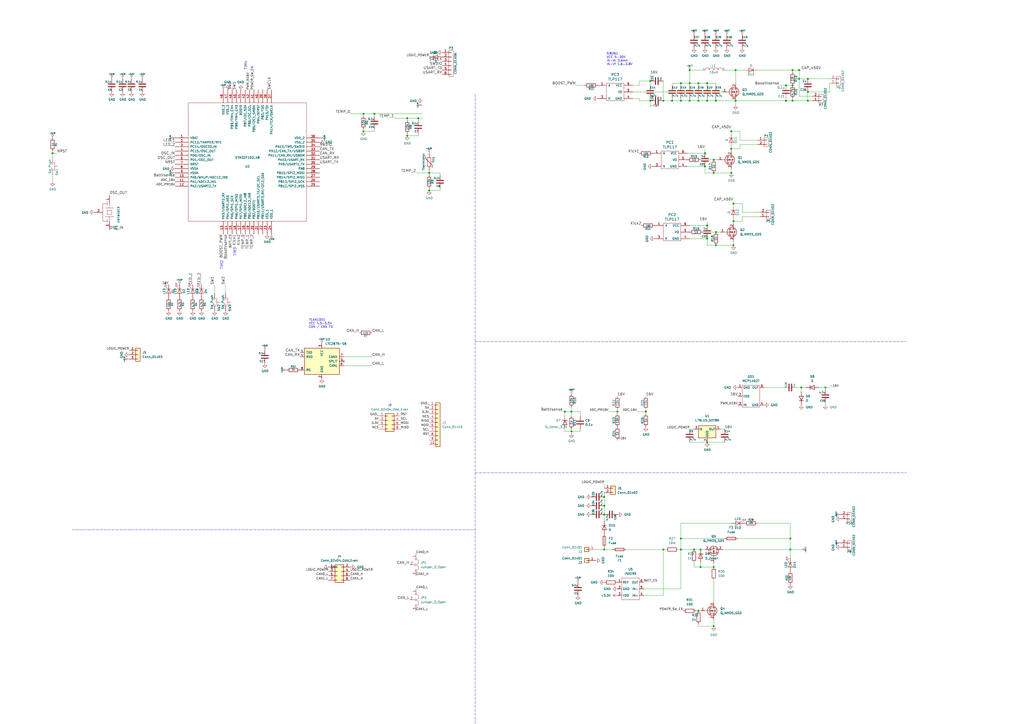
<source format=kicad_sch>
(kicad_sch (version 20211123) (generator eeschema)
  (paper "A2")
  (junction (at 408.94 88.9))
  (junction (at 405.13 354.33))
  (junction (at 468.63 53.34))
  (junction (at 331.47 238.76))
  (junction (at 463.55 40.64))
  (junction (at 217.17 66.04))
  (junction (at 400.05 58.42))
  (junction (at 414.02 100.33))
  (junction (at 248.92 100.33))
  (junction (at 384.81 318.77))
  (junction (at 458.47 312.42))
  (junction (at 331.47 250.19))
  (junction (at 210.82 76.2))
  (junction (at 405.13 58.42))
  (junction (at 414.02 92.71))
  (junction (at 394.97 58.42))
  (junction (at 358.14 238.76))
  (junction (at 468.63 45.72))
  (junction (at 455.93 49.53))
  (junction (at 350.52 318.77))
  (junction (at 405.13 48.26))
  (junction (at 414.02 328.93))
  (junction (at 455.93 58.42))
  (junction (at 459.74 58.42))
  (junction (at 377.19 46.99))
  (junction (at 426.72 40.64))
  (junction (at 394.97 312.42))
  (junction (at 459.74 40.64))
  (junction (at 350.52 298.45))
  (junction (at 402.59 318.77))
  (junction (at 236.22 68.58))
  (junction (at 410.21 138.43))
  (junction (at 414.02 363.22))
  (junction (at 415.29 142.24))
  (junction (at 425.45 128.27))
  (junction (at 406.4 318.77))
  (junction (at 408.94 96.52))
  (junction (at 458.47 318.77))
  (junction (at 468.63 58.42))
  (junction (at 424.18 76.2))
  (junction (at 384.81 58.42))
  (junction (at 350.52 288.29))
  (junction (at 415.29 58.42))
  (junction (at 389.89 58.42))
  (junction (at 394.97 48.26))
  (junction (at 374.65 238.76))
  (junction (at 236.22 78.74))
  (junction (at 464.82 224.79))
  (junction (at 425.45 142.24))
  (junction (at 242.57 68.58))
  (junction (at 459.74 49.53))
  (junction (at 410.21 256.54))
  (junction (at 248.92 110.49))
  (junction (at 327.66 238.76))
  (junction (at 400.05 40.64))
  (junction (at 410.21 130.81))
  (junction (at 426.72 58.42))
  (junction (at 415.29 134.62))
  (junction (at 410.21 48.26))
  (junction (at 394.97 318.77))
  (junction (at 30.48 88.9))
  (junction (at 410.21 58.42))
  (junction (at 350.52 293.37))
  (junction (at 406.4 328.93))
  (junction (at 478.79 224.79))
  (junction (at 463.55 45.72))
  (junction (at 210.82 66.04))
  (junction (at 377.19 58.42))
  (junction (at 425.45 118.11))
  (junction (at 424.18 86.36))
  (junction (at 424.18 100.33))
  (junction (at 400.05 48.26))
  (no_connect (at 199.39 209.55))
  (wire (pts (xy 455.93 49.53) (xy 459.74 49.53)))
  (wire (pts (xy 429.26 86.36) (xy 429.26 83.82)))
  (wire (pts (xy 331.47 236.22) (xy 331.47 238.76)))
  (wire (pts (xy 394.97 57.15) (xy 394.97 58.42)))
  (wire (pts (xy 236.22 68.58) (xy 242.57 68.58)))
  (wire (pts (xy 370.84 49.53) (xy 370.84 46.99)))
  (wire (pts (xy 426.72 58.42) (xy 455.93 58.42)))
  (wire (pts (xy 400.05 248.92) (xy 402.59 248.92)))
  (wire (pts (xy 350.52 298.45) (xy 350.52 302.26)))
  (wire (pts (xy 458.47 303.53) (xy 458.47 312.42)))
  (wire (pts (xy 455.93 57.15) (xy 455.93 58.42)))
  (wire (pts (xy 414.02 336.55) (xy 414.02 349.25)))
  (wire (pts (xy 370.84 46.99) (xy 377.19 46.99)))
  (wire (pts (xy 374.65 238.76) (xy 374.65 240.03)))
  (wire (pts (xy 384.81 46.99) (xy 384.81 58.42)))
  (wire (pts (xy 377.19 46.99) (xy 377.19 49.53)))
  (wire (pts (xy 452.12 49.53) (xy 455.93 49.53)))
  (wire (pts (xy 471.17 58.42) (xy 468.63 58.42)))
  (wire (pts (xy 481.33 53.34) (xy 468.63 53.34)))
  (wire (pts (xy 373.38 341.63) (xy 394.97 341.63)))
  (wire (pts (xy 430.53 118.11) (xy 430.53 123.19)))
  (wire (pts (xy 468.63 53.34) (xy 468.63 58.42)))
  (wire (pts (xy 439.42 303.53) (xy 458.47 303.53)))
  (wire (pts (xy 471.17 55.88) (xy 463.55 55.88)))
  (wire (pts (xy 425.45 139.7) (xy 425.45 142.24)))
  (wire (pts (xy 377.19 57.15) (xy 377.19 58.42)))
  (wire (pts (xy 394.97 312.42) (xy 420.37 312.42)))
  (wire (pts (xy 245.11 68.58) (xy 242.57 68.58)))
  (wire (pts (xy 406.4 328.93) (xy 414.02 328.93)))
  (wire (pts (xy 415.29 58.42) (xy 426.72 58.42)))
  (wire (pts (xy 369.57 238.76) (xy 374.65 238.76)))
  (wire (pts (xy 331.47 238.76) (xy 331.47 241.3)))
  (wire (pts (xy 377.19 58.42) (xy 377.19 62.23)))
  (wire (pts (xy 481.33 53.34) (xy 481.33 48.26)))
  (wire (pts (xy 350.52 293.37) (xy 350.52 298.45)))
  (wire (pts (xy 424.18 76.2) (xy 429.26 76.2)))
  (wire (pts (xy 463.55 40.64) (xy 464.82 40.64)))
  (wire (pts (xy 458.47 318.77) (xy 458.47 312.42)))
  (wire (pts (xy 430.53 125.73) (xy 440.69 125.73)))
  (wire (pts (xy 468.63 45.72) (xy 463.55 45.72)))
  (wire (pts (xy 370.84 57.15) (xy 367.03 57.15)))
  (wire (pts (xy 370.84 58.42) (xy 370.84 57.15)))
  (wire (pts (xy 30.48 101.6) (xy 30.48 105.41)))
  (wire (pts (xy 255.27 110.49) (xy 255.27 109.22)))
  (wire (pts (xy 30.48 88.9) (xy 33.02 88.9)))
  (wire (pts (xy 389.89 48.26) (xy 394.97 48.26)))
  (wire (pts (xy 410.21 48.26) (xy 405.13 48.26)))
  (wire (pts (xy 248.92 100.33) (xy 255.27 100.33)))
  (wire (pts (xy 358.14 238.76) (xy 358.14 240.03)))
  (wire (pts (xy 331.47 238.76) (xy 336.55 238.76)))
  (wire (pts (xy 459.74 58.42) (xy 459.74 57.15)))
  (wire (pts (xy 426.72 58.42) (xy 426.72 60.96)))
  (polyline (pts (xy 275.59 198.12) (xy 525.78 198.12)))
  (wire (pts (xy 429.26 83.82) (xy 439.42 83.82)))
  (wire (pts (xy 394.97 58.42) (xy 400.05 58.42)))
  (wire (pts (xy 374.65 237.49) (xy 374.65 238.76)))
  (polyline (pts (xy 275.59 274.32) (xy 525.78 274.32)))
  (wire (pts (xy 464.82 224.79) (xy 467.36 224.79)))
  (wire (pts (xy 424.18 303.53) (xy 394.97 303.53)))
  (wire (pts (xy 363.22 318.77) (xy 384.81 318.77)))
  (wire (pts (xy 367.03 53.34) (xy 419.1 53.34)))
  (wire (pts (xy 350.52 280.67) (xy 350.52 283.21)))
  (wire (pts (xy 367.03 49.53) (xy 370.84 49.53)))
  (wire (pts (xy 336.55 238.76) (xy 336.55 241.3)))
  (wire (pts (xy 255.27 100.33) (xy 255.27 101.6)))
  (wire (pts (xy 405.13 57.15) (xy 405.13 58.42)))
  (wire (pts (xy 199.39 212.09) (xy 215.9 212.09)))
  (wire (pts (xy 402.59 318.77) (xy 406.4 318.77)))
  (wire (pts (xy 425.45 118.11) (xy 425.45 116.84)))
  (wire (pts (xy 350.52 285.75) (xy 350.52 288.29)))
  (wire (pts (xy 426.72 40.64) (xy 431.8 40.64)))
  (wire (pts (xy 405.13 49.53) (xy 405.13 48.26)))
  (wire (pts (xy 405.13 363.22) (xy 414.02 363.22)))
  (wire (pts (xy 331.47 250.19) (xy 336.55 250.19)))
  (wire (pts (xy 424.18 86.36) (xy 429.26 86.36)))
  (wire (pts (xy 420.37 40.64) (xy 426.72 40.64)))
  (wire (pts (xy 405.13 354.33) (xy 406.4 354.33)))
  (wire (pts (xy 394.97 303.53) (xy 394.97 312.42)))
  (wire (pts (xy 410.21 58.42) (xy 415.29 58.42)))
  (wire (pts (xy 400.05 138.43) (xy 410.21 138.43)))
  (wire (pts (xy 384.81 58.42) (xy 389.89 58.42)))
  (wire (pts (xy 389.89 49.53) (xy 389.89 48.26)))
  (wire (pts (xy 424.18 100.33) (xy 414.02 100.33)))
  (wire (pts (xy 210.82 76.2) (xy 210.82 74.93)))
  (wire (pts (xy 386.08 318.77) (xy 384.81 318.77)))
  (polyline (pts (xy 275.59 54.61) (xy 275.59 424.18)))
  (wire (pts (xy 408.94 100.33) (xy 414.02 100.33)))
  (wire (pts (xy 210.82 76.2) (xy 217.17 76.2)))
  (wire (pts (xy 419.1 318.77) (xy 458.47 318.77)))
  (wire (pts (xy 358.14 237.49) (xy 358.14 238.76)))
  (wire (pts (xy 236.22 78.74) (xy 242.57 78.74)))
  (wire (pts (xy 236.22 68.58) (xy 236.22 69.85)))
  (wire (pts (xy 414.02 328.93) (xy 414.02 326.39)))
  (wire (pts (xy 410.21 256.54) (xy 420.37 256.54)))
  (wire (pts (xy 331.47 238.76) (xy 327.66 238.76)))
  (wire (pts (xy 331.47 250.19) (xy 331.47 248.92)))
  (wire (pts (xy 400.05 58.42) (xy 405.13 58.42)))
  (wire (pts (xy 459.74 58.42) (xy 468.63 58.42)))
  (wire (pts (xy 400.05 130.81) (xy 410.21 130.81)))
  (wire (pts (xy 394.97 48.26) (xy 400.05 48.26)))
  (wire (pts (xy 417.83 134.62) (xy 415.29 134.62)))
  (wire (pts (xy 481.33 45.72) (xy 468.63 45.72)))
  (wire (pts (xy 30.48 88.9) (xy 30.48 91.44)))
  (wire (pts (xy 353.06 238.76) (xy 358.14 238.76)))
  (wire (pts (xy 400.05 57.15) (xy 400.05 58.42)))
  (wire (pts (xy 248.92 100.33) (xy 248.92 101.6)))
  (wire (pts (xy 425.45 128.27) (xy 430.53 128.27)))
  (wire (pts (xy 406.4 318.77) (xy 408.94 318.77)))
  (wire (pts (xy 242.57 78.74) (xy 242.57 77.47)))
  (wire (pts (xy 429.26 81.28) (xy 439.42 81.28)))
  (wire (pts (xy 425.45 119.38) (xy 425.45 118.11)))
  (wire (pts (xy 424.18 86.36) (xy 424.18 87.63)))
  (wire (pts (xy 415.29 134.62) (xy 407.67 134.62)))
  (wire (pts (xy 398.78 88.9) (xy 408.94 88.9)))
  (wire (pts (xy 210.82 66.04) (xy 210.82 67.31)))
  (wire (pts (xy 217.17 66.04) (xy 217.17 67.31)))
  (wire (pts (xy 410.21 142.24) (xy 415.29 142.24)))
  (wire (pts (xy 458.47 318.77) (xy 458.47 323.85)))
  (wire (pts (xy 217.17 76.2) (xy 217.17 74.93)))
  (wire (pts (xy 334.01 49.53) (xy 339.09 49.53)))
  (wire (pts (xy 384.81 345.44) (xy 384.81 318.77)))
  (wire (pts (xy 331.47 251.46) (xy 331.47 250.19)))
  (wire (pts (xy 478.79 224.79) (xy 481.33 224.79)))
  (wire (pts (xy 400.05 256.54) (xy 410.21 256.54)))
  (wire (pts (xy 242.57 68.58) (xy 242.57 69.85)))
  (wire (pts (xy 400.05 40.64) (xy 407.67 40.64)))
  (wire (pts (xy 373.38 345.44) (xy 384.81 345.44)))
  (wire (pts (xy 415.29 57.15) (xy 415.29 58.42)))
  (wire (pts (xy 406.4 326.39) (xy 406.4 328.93)))
  (wire (pts (xy 327.66 241.3) (xy 327.66 238.76)))
  (wire (pts (xy 389.89 57.15) (xy 389.89 58.42)))
  (wire (pts (xy 30.48 87.63) (xy 30.48 88.9)))
  (wire (pts (xy 327.66 248.92) (xy 327.66 250.19)))
  (wire (pts (xy 236.22 68.58) (xy 228.6 68.58)))
  (wire (pts (xy 236.22 78.74) (xy 236.22 77.47)))
  (wire (pts (xy 415.29 48.26) (xy 410.21 48.26)))
  (wire (pts (xy 377.19 43.18) (xy 377.19 46.99)))
  (wire (pts (xy 425.45 127) (xy 425.45 128.27)))
  (wire (pts (xy 248.92 110.49) (xy 255.27 110.49)))
  (wire (pts (xy 462.28 224.79) (xy 464.82 224.79)))
  (wire (pts (xy 248.92 109.22) (xy 248.92 110.49)))
  (wire (pts (xy 405.13 58.42) (xy 410.21 58.42)))
  (wire (pts (xy 350.52 288.29) (xy 350.52 293.37)))
  (wire (pts (xy 425.45 118.11) (xy 430.53 118.11)))
  (wire (pts (xy 408.94 96.52) (xy 408.94 100.33)))
  (wire (pts (xy 210.82 66.04) (xy 217.17 66.04)))
  (wire (pts (xy 327.66 238.76) (xy 326.39 238.76)))
  (wire (pts (xy 424.18 77.47) (xy 424.18 76.2)))
  (wire (pts (xy 455.93 58.42) (xy 459.74 58.42)))
  (wire (pts (xy 248.92 100.33) (xy 241.3 100.33)))
  (wire (pts (xy 410.21 138.43) (xy 410.21 142.24)))
  (wire (pts (xy 425.45 142.24) (xy 415.29 142.24)))
  (wire (pts (xy 463.55 55.88) (xy 463.55 45.72)))
  (wire (pts (xy 400.05 48.26) (xy 400.05 49.53)))
  (wire (pts (xy 389.89 58.42) (xy 394.97 58.42)))
  (wire (pts (xy 424.18 85.09) (xy 424.18 86.36)))
  (wire (pts (xy 430.53 128.27) (xy 430.53 125.73)))
  (wire (pts (xy 394.97 341.63) (xy 394.97 318.77)))
  (wire (pts (xy 417.83 248.92) (xy 420.37 248.92)))
  (wire (pts (xy 217.17 66.04) (xy 245.11 66.04)))
  (wire (pts (xy 410.21 130.81) (xy 410.21 128.27)))
  (wire (pts (xy 345.44 318.77) (xy 350.52 318.77)))
  (wire (pts (xy 429.26 76.2) (xy 429.26 81.28)))
  (wire (pts (xy 402.59 326.39) (xy 402.59 328.93)))
  (wire (pts (xy 393.7 318.77) (xy 394.97 318.77)))
  (wire (pts (xy 350.52 318.77) (xy 355.6 318.77)))
  (wire (pts (xy 478.79 224.79) (xy 478.79 226.06)))
  (wire (pts (xy 474.98 224.79) (xy 478.79 224.79)))
  (wire (pts (xy 463.55 40.64) (xy 463.55 45.72)))
  (wire (pts (xy 394.97 312.42) (xy 394.97 318.77)))
  (wire (pts (xy 398.78 96.52) (xy 408.94 96.52)))
  (wire (pts (xy 415.29 49.53) (xy 415.29 48.26)))
  (wire (pts (xy 405.13 361.95) (xy 405.13 363.22)))
  (wire (pts (xy 248.92 99.06) (xy 248.92 100.33)))
  (wire (pts (xy 199.39 207.01) (xy 215.9 207.01)))
  (wire (pts (xy 425.45 128.27) (xy 425.45 129.54)))
  (wire (pts (xy 426.72 40.64) (xy 426.72 48.26)))
  (wire (pts (xy 439.42 40.64) (xy 459.74 40.64)))
  (wire (pts (xy 336.55 250.19) (xy 336.55 248.92)))
  (wire (pts (xy 394.97 318.77) (xy 402.59 318.77)))
  (wire (pts (xy 464.82 224.79) (xy 464.82 227.33)))
  (wire (pts (xy 400.05 48.26) (xy 400.05 40.64)))
  (wire (pts (xy 443.23 224.79) (xy 454.66 224.79)))
  (wire (pts (xy 370.84 58.42) (xy 377.19 58.42)))
  (wire (pts (xy 124.46 165.1) (xy 124.46 170.18)))
  (wire (pts (xy 327.66 250.19) (xy 331.47 250.19)))
  (wire (pts (xy 402.59 328.93) (xy 406.4 328.93)))
  (wire (pts (xy 427.99 312.42) (xy 458.47 312.42)))
  (wire (pts (xy 414.02 92.71) (xy 406.4 92.71)))
  (wire (pts (xy 410.21 57.15) (xy 410.21 58.42)))
  (wire (pts (xy 394.97 49.53) (xy 394.97 48.26)))
  (wire (pts (xy 458.47 318.77) (xy 464.82 318.77)))
  (wire (pts (xy 403.86 354.33) (xy 405.13 354.33)))
  (wire (pts (xy 130.81 165.1) (xy 130.81 170.18)))
  (polyline (pts (xy 41.91 307.34) (xy 275.59 307.34)))
  (wire (pts (xy 408.94 88.9) (xy 408.94 86.36)))
  (wire (pts (xy 459.74 40.64) (xy 459.74 41.91)))
  (wire (pts (xy 416.56 92.71) (xy 414.02 92.71)))
  (wire (pts (xy 210.82 66.04) (xy 203.2 66.04)))
  (wire (pts (xy 430.53 123.19) (xy 440.69 123.19)))
  (wire (pts (xy 414.02 363.22) (xy 414.02 359.41)))
  (wire (pts (xy 350.52 317.5) (xy 350.52 318.77)))
  (wire (pts (xy 424.18 76.2) (xy 424.18 74.93)))
  (wire (pts (xy 459.74 40.64) (xy 463.55 40.64)))
  (wire (pts (xy 478.79 233.68) (xy 478.79 234.95)))
  (wire (pts (xy 405.13 48.26) (xy 400.05 48.26)))
  (wire (pts (xy 410.21 49.53) (xy 410.21 48.26)))
  (wire (pts (xy 424.18 97.79) (xy 424.18 100.33)))
  (text "Si8261\nVCC 5-30V\nIN-th 3.6mA\nIN-Vf 1.6-2.8V" (at 351.79 38.1 0) (effects (font (size 1.27 1.27)) (justify left bottom)))
  (text "TIM3\n" (at 137.16 143.51 270) (effects (font (size 1.524 1.524)) (justify right bottom)))
  (text "TIM4" (at 143.51 40.64 90) (effects (font (size 1.524 1.524)) (justify left bottom)))
  (text "TCAN1051\nVCC 4.5-5.5V\nCAN / CAN FD" (at 179.07 190.5 0) (effects (font (size 1.27 1.27)) (justify left bottom)))
  (text "TIM2\n" (at 129.54 151.13 270) (effects (font (size 1.524 1.524)) (justify right bottom)))
  (label "CAN_TX" (at 173.99 204.47 180) (effects (font (size 1.524 1.524))))
  (label "TEMP_0" (at 203.2 66.04 180) (effects (font (size 1.524 1.524))))
  (label "ADC_16V" (at 369.57 238.76 180))
  (label "SW1" (at 137.16 52.07 90) (effects (font (size 1.524 1.524))))
  (label "OSC_OUT" (at 63.5 113.03 0) (effects (font (size 1.524 1.524))))
  (label "USART_RX" (at 185.42 92.71 0) (effects (font (size 1.524 1.524))))
  (label "CAN_RX" (at 173.99 207.01 180) (effects (font (size 1.524 1.524))))
  (label "SWDIO" (at 185.42 85.09 0) (effects (font (size 1.524 1.524))))
  (label "TEMP_2" (at 147.32 135.89 270) (effects (font (size 1.524 1.524))))
  (label "Kick1" (at 370.84 88.9 180) (effects (font (size 1.524 1.524))))
  (label "NRST" (at 101.6 95.25 180) (effects (font (size 1.524 1.524))))
  (label "5V" (at 219.71 243.84 180))
  (label "CAN0_L" (at 241.3 341.63 0))
  (label "USART_TX" (at 256.54 40.64 180) (effects (font (size 1.524 1.524))))
  (label "MISO" (at 232.41 248.92 0))
  (label "SW2" (at 130.81 165.1 90) (effects (font (size 1.524 1.524))))
  (label "BoostVsense" (at 132.08 135.89 270) (effects (font (size 1.524 1.524))))
  (label "POWER_SW_EN" (at 396.24 354.33 180))
  (label "SWCLK" (at 157.48 52.07 90) (effects (font (size 1.524 1.524))))
  (label "3.3V" (at 248.92 240.03 180))
  (label "CAN_L" (at 237.49 347.98 180) (effects (font (size 1.524 1.524))))
  (label "16V" (at 420.37 248.92 0) (effects (font (size 1.524 1.524))))
  (label "TEMP_1" (at 144.78 135.89 270) (effects (font (size 1.524 1.524))))
  (label "16V" (at 97.79 165.1 180))
  (label "BOOST_PWM" (at 129.54 135.89 270) (effects (font (size 1.524 1.524))))
  (label "CAN_L" (at 215.9 212.09 0) (effects (font (size 1.524 1.524))))
  (label "-16V" (at 377.19 62.23 0))
  (label "CAP_450V" (at 464.82 40.64 0) (effects (font (size 1.524 1.524))))
  (label "16V" (at 377.19 43.18 0) (effects (font (size 1.524 1.524))))
  (label "LOGIC_POWER" (at 190.5 331.47 180))
  (label "CAN1_L" (at 241.3 354.33 0))
  (label "GND_" (at 248.92 234.95 180))
  (label "LOGIC_POWER" (at 248.92 33.02 180))
  (label "BattVsense" (at 326.39 238.76 180) (effects (font (size 1.524 1.524))))
  (label "MOSI" (at 248.92 247.65 180))
  (label "RST" (at 248.92 252.73 180))
  (label "LOGIC_POWER" (at 203.2 331.47 0))
  (label "BoostVsense" (at 452.12 49.53 180) (effects (font (size 1.524 1.524))))
  (label "RST" (at 232.41 241.3 0))
  (label "TEMP_1" (at 228.6 68.58 180) (effects (font (size 1.524 1.524))))
  (label "LOGIC_POWER" (at 400.05 248.92 180))
  (label "SW2" (at 134.62 52.07 90) (effects (font (size 1.524 1.524))))
  (label "-16V" (at 358.14 255.27 0))
  (label "16V" (at 374.65 229.87 0) (effects (font (size 1.524 1.524))))
  (label "TEMP_0" (at 142.24 135.89 270) (effects (font (size 1.524 1.524))))
  (label "SWCLK" (at 256.54 35.56 180) (effects (font (size 1.524 1.524))))
  (label "16V" (at 408.94 86.36 180) (effects (font (size 1.524 1.524))))
  (label "16V" (at 427.99 229.87 180) (effects (font (size 1.524 1.524))))
  (label "TEMP_2" (at 241.3 100.33 180) (effects (font (size 1.524 1.524))))
  (label "PWM_N16V" (at 144.78 52.07 90))
  (label "MISO" (at 248.92 245.11 180))
  (label "LED_2" (at 116.84 165.1 90) (effects (font (size 1.524 1.524))))
  (label "CAN0_H" (at 203.2 334.01 0))
  (label "ADC_16V" (at 101.6 105.41 180))
  (label "CAN_H" (at 208.28 193.04 180) (effects (font (size 1.524 1.524))))
  (label "CAN_TX" (at 185.42 87.63 0) (effects (font (size 1.524 1.524))))
  (label "Kick2" (at 372.11 130.81 180) (effects (font (size 1.524 1.524))))
  (label "BOOST_PWM" (at 334.01 49.53 180) (effects (font (size 1.524 1.524))))
  (label "OSC_OUT" (at 101.6 92.71 180) (effects (font (size 1.524 1.524))))
  (label "LED_1" (at 111.76 165.1 90) (effects (font (size 1.524 1.524))))
  (label "LOGIC_POWER" (at 350.52 280.67 180))
  (label "SWDIO" (at 256.54 38.1 180) (effects (font (size 1.524 1.524))))
  (label "-16V" (at 481.33 224.79 0))
  (label "ADC_PM16V" (at 353.06 238.76 180))
  (label "OSC_IN" (at 63.5 133.35 0) (effects (font (size 1.524 1.524))))
  (label "NCS" (at 219.71 248.92 180))
  (label "LED_2" (at 101.6 85.09 180) (effects (font (size 1.524 1.524))))
  (label "5V" (at 248.92 237.49 180))
  (label "CAN_H" (at 215.9 207.01 0) (effects (font (size 1.524 1.524))))
  (label "3.3V" (at 219.71 246.38 180))
  (label "PWM_N16V" (at 427.99 234.95 180))
  (label "SCL" (at 232.41 243.84 0))
  (label "CAN1_H" (at 203.2 336.55 0))
  (label "ADC_PM16V" (at 101.6 107.95 180))
  (label "BattVsense" (at 101.6 102.87 180) (effects (font (size 1.524 1.524))))
  (label "SCL" (at 248.92 250.19 180))
  (label "CAN_L" (at 215.9 193.04 0) (effects (font (size 1.524 1.524))))
  (label "Kick2" (at 139.7 135.89 270) (effects (font (size 1.524 1.524))))
  (label "CAP_450V" (at 425.45 116.84 180) (effects (font (size 1.524 1.524))))
  (label "OSC_IN" (at 101.6 90.17 180) (effects (font (size 1.524 1.524))))
  (label "BATT_CS" (at 134.62 135.89 270))
  (label "CAN0_L" (at 190.5 334.01 180))
  (label "LOGIC_POWER" (at 74.93 203.2 180))
  (label "CAN_H" (at 237.49 327.66 180) (effects (font (size 1.524 1.524))))
  (label "POWER_SW_EN" (at 147.32 52.07 90))
  (label "16V" (at 410.21 128.27 180) (effects (font (size 1.524 1.524))))
  (label "CAN0_H" (at 241.3 321.31 0))
  (label "GND_" (at 219.71 241.3 180))
  (label "NRST" (at 33.02 88.9 0) (effects (font (size 1.524 1.524))))
  (label "CAN_RX" (at 185.42 90.17 0) (effects (font (size 1.524 1.524))))
  (label "LED_1" (at 101.6 82.55 180) (effects (font (size 1.524 1.524))))
  (label "CAN1_L" (at 190.5 336.55 180))
  (label "MOSI" (at 232.41 246.38 0))
  (label "USART_TX" (at 185.42 95.25 0) (effects (font (size 1.524 1.524))))
  (label "BATT_CS" (at 373.38 337.82 0))
  (label "Kick1" (at 137.16 135.89 270) (effects (font (size 1.524 1.524))))
  (label "SW1" (at 124.46 165.1 90) (effects (font (size 1.524 1.524))))
  (label "CAP_450V" (at 424.18 74.93 180) (effects (font (size 1.524 1.524))))
  (label "16V" (at 358.14 229.87 0) (effects (font (size 1.524 1.524))))
  (label "NCS" (at 248.92 242.57 180))
  (label "USART_RX" (at 256.54 43.18 180) (effects (font (size 1.524 1.524))))
  (label "CAN1_H" (at 241.3 334.01 0))
  (symbol (lib_id "SSL_BST_ver1.3-rescue:R") (at 30.48 83.82 0) (unit 1)
    (property "Reference" "R1" (at 32.512 83.82 90) (effects (font (size 1.016 1.016))))
    (property "Value" "1k" (at 30.6578 83.7946 90) (effects (font (size 1.016 1.016))))
    (property "Footprint" "Resistor_SMD:R_0603_1608Metric" (effects hide))
  )
  (symbol (lib_id "SSL_BST_ver1.3-rescue:LED") (at 104.14 168.91 270) (unit 1)
    (property "Reference" "D2" (at 106.68 168.91 0))
    (property "Value" "LED" (at 101.6 168.91 0))
    (property "Footprint" "LED_SMD:LED_0603_1608Metric" (effects hide))
  )
  (symbol (lib_id "SSL_BST_ver1.3-rescue:R") (at 104.14 176.53 0) (unit 1)
    (property "Reference" "R3" (at 106.172 176.53 90) (effects (font (size 1.016 1.016))))
    (property "Value" "4.7k" (at 104.3178 176.5046 90) (effects (font (size 1.016 1.016))))
    (property "Footprint" "Resistor_SMD:R_0603_1608Metric" (effects hide))
  )
  (symbol (lib_id "SSL_BST_ver1.3-rescue:LED") (at 111.76 168.91 270) (unit 1)
    (property "Reference" "D3" (at 114.3 168.91 0))
    (property "Value" "LED" (at 109.22 168.91 0))
    (property "Footprint" "LED_SMD:LED_0603_1608Metric" (effects hide))
  )
  (symbol (lib_id "SSL_BST_ver1.3-rescue:R") (at 111.76 176.53 0) (unit 1)
    (property "Reference" "R4" (at 113.792 176.53 90) (effects (font (size 1.016 1.016))))
    (property "Value" "4.7k" (at 111.9378 176.5046 90) (effects (font (size 1.016 1.016))))
    (property "Footprint" "Resistor_SMD:R_0603_1608Metric" (effects hide))
  )
  (symbol (lib_id "SSL_BST_ver1.3-rescue:CONN_01X06") (at 261.62 36.83 0) (unit 1)
    (property "Reference" "P3" (at 261.62 27.94 0))
    (property "Value" "CONN_01X06" (at 264.16 36.83 90))
    (property "Footprint" "user:ZH_B6B-ZR" (effects hide))
  )
  (symbol (lib_id "SSL_BST_ver1.3-rescue:R") (at 212.09 193.04 270) (unit 1)
    (property "Reference" "R7" (at 212.09 195.072 90) (effects (font (size 1.016 1.016))))
    (property "Value" "120" (at 212.1154 193.2178 90) (effects (font (size 1.016 1.016))))
    (property "Footprint" "Resistor_SMD:R_0603_1608Metric" (effects hide))
  )
  (symbol (lib_id "SSL_BST_ver1.3-rescue:+3.3V") (at 30.48 80.01 0) (unit 1)
    (property "Reference" "#PWR01" (effects hide))
    (property "Value" "+3.3V" (at 30.48 77.216 0) (effects (font (size 0.762 0.762))))
  )
  (symbol (lib_id "SSL_BST_ver1.3-rescue:+3.3V") (at 101.6 100.33 90) (unit 1)
    (property "Reference" "#PWR016" (effects hide))
    (property "Value" "+3.3V" (at 98.806 100.33 0) (effects (font (size 0.762 0.762))))
  )
  (symbol (lib_id "SSL_BST_ver1.3-rescue:+3.3V") (at 157.48 135.89 180) (unit 1)
    (property "Reference" "#PWR028" (effects hide))
    (property "Value" "+3.3V" (at 157.48 138.684 0) (effects (font (size 0.762 0.762))))
  )
  (symbol (lib_id "SSL_BST_ver1.3-rescue:+3.3V") (at 185.42 80.01 270) (unit 1)
    (property "Reference" "#PWR033" (effects hide))
    (property "Value" "+3.3V" (at 188.214 80.01 0) (effects (font (size 0.762 0.762))))
  )
  (symbol (lib_id "SSL_BST_ver1.3-rescue:+3.3V") (at 129.54 52.07 0) (unit 1)
    (property "Reference" "#PWR022" (effects hide))
    (property "Value" "+3.3V" (at 129.54 49.276 0) (effects (font (size 0.762 0.762))))
  )
  (symbol (lib_id "SSL_BST_ver1.3-rescue:+3.3V") (at 104.14 165.1 0) (unit 1)
    (property "Reference" "#PWR017" (effects hide))
    (property "Value" "+3.3V" (at 104.14 162.306 0) (effects (font (size 0.762 0.762))))
  )
  (symbol (lib_id "SSL_BST_ver1.3-rescue:+3.3V") (at 82.55 45.72 0) (unit 1)
    (property "Reference" "#PWR010" (effects hide))
    (property "Value" "+3.3V" (at 82.55 42.926 0) (effects (font (size 0.762 0.762))))
  )
  (symbol (lib_id "SSL_BST_ver1.3-rescue:C") (at 82.55 49.53 180) (unit 1)
    (property "Reference" "C4" (at 82.55 52.07 0) (effects (font (size 1.016 1.016)) (justify left)))
    (property "Value" "0.1u" (at 82.3976 47.371 0) (effects (font (size 1.016 1.016)) (justify left)))
    (property "Footprint" "Capacitor_SMD:C_0603_1608Metric" (effects hide))
  )
  (symbol (lib_id "SSL_BST_ver1.3-rescue:+3.3V") (at 76.2 45.72 0) (unit 1)
    (property "Reference" "#PWR08" (effects hide))
    (property "Value" "+3.3V" (at 76.2 42.926 0) (effects (font (size 0.762 0.762))))
  )
  (symbol (lib_id "SSL_BST_ver1.3-rescue:C") (at 76.2 49.53 180) (unit 1)
    (property "Reference" "C3" (at 76.2 52.07 0) (effects (font (size 1.016 1.016)) (justify left)))
    (property "Value" "0.1u" (at 76.0476 47.371 0) (effects (font (size 1.016 1.016)) (justify left)))
    (property "Footprint" "Capacitor_SMD:C_0603_1608Metric" (effects hide))
  )
  (symbol (lib_id "SSL_BST_ver1.3-rescue:+3.3V") (at 71.12 45.72 0) (unit 1)
    (property "Reference" "#PWR06" (effects hide))
    (property "Value" "+3.3V" (at 71.12 42.926 0) (effects (font (size 0.762 0.762))))
  )
  (symbol (lib_id "SSL_BST_ver1.3-rescue:C") (at 71.12 49.53 180) (unit 1)
    (property "Reference" "C2" (at 71.12 52.07 0) (effects (font (size 1.016 1.016)) (justify left)))
    (property "Value" "0.1u" (at 70.9676 47.371 0) (effects (font (size 1.016 1.016)) (justify left)))
    (property "Footprint" "Capacitor_SMD:C_0603_1608Metric" (effects hide))
  )
  (symbol (lib_id "SSL_BST_ver1.3-rescue:C") (at 64.77 49.53 180) (unit 1)
    (property "Reference" "C6" (at 64.77 52.07 0) (effects (font (size 1.016 1.016)) (justify left)))
    (property "Value" "0.1u" (at 64.6176 47.371 0) (effects (font (size 1.016 1.016)) (justify left)))
    (property "Footprint" "Capacitor_SMD:C_0603_1608Metric" (effects hide))
  )
  (symbol (lib_id "SSL_BST_ver1.3-rescue:+3.3V") (at 74.93 208.28 90) (unit 1)
    (property "Reference" "#PWR012" (effects hide))
    (property "Value" "+3.3V" (at 72.136 208.28 0) (effects (font (size 0.762 0.762))))
  )
  (symbol (lib_id "SSL_BST_ver1.3-rescue:STM32F103_48") (at 143.51 93.98 0) (unit 1)
    (property "Reference" "U2" (at 143.51 96.52 0))
    (property "Value" "STM32F103_48" (at 143.51 91.44 0))
    (property "Footprint" "Package_QFP:LQFP-48_7x7mm_P0.5mm" (effects hide))
    (property "Datasheet" "DOCUMENTATION" (effects hide))
  )
  (symbol (lib_id "SSL_BST_ver1.3-rescue:SW_Push") (at 30.48 96.52 270) (unit 1)
    (property "Reference" "SW1" (at 33.02 97.79 0) (effects (justify left)))
    (property "Value" "SW_Push" (at 28.956 96.52 0))
    (property "Footprint" "Button_Switch_SMD:SW_Push_1P1T_NO_CK_KMR2" (effects hide))
  )
  (symbol (lib_id "SSL_BST_ver1.3-rescue:INDUCTOR") (at 414.02 40.64 0) (unit 1)
    (property "Reference" "L1" (at 414.02 38.1 0))
    (property "Value" "10uH" (at 414.02 41.91 0))
    (property "Footprint" "Inductor_SMD:L_Bourns_SRP1770TA_16.9x16.9mm" (effects hide))
  )
  (symbol (lib_id "SSL_BST_ver1.3-rescue:D") (at 435.61 40.64 180) (unit 1)
    (property "Reference" "D13" (at 435.61 43.18 0))
    (property "Value" "D" (at 435.61 38.1 0))
    (property "Footprint" "user:TO-252-2-RD" (effects hide))
  )
  (symbol (lib_id "SSL_BST_ver1.3-rescue:SW_Push") (at 124.46 175.26 270) (unit 1)
    (property "Reference" "SW2" (at 127 176.53 0) (effects (justify left)))
    (property "Value" "SW_Push" (at 122.936 175.26 0))
    (property "Footprint" "Button_Switch_SMD:SW_Push_1P1T_NO_CK_KMR2" (effects hide))
  )
  (symbol (lib_id "SSL_BST_ver1.3-rescue:C") (at 455.93 53.34 180) (unit 1)
    (property "Reference" "C21" (at 455.295 55.88 0) (effects (justify left)))
    (property "Value" "0.1u" (at 455.295 50.8 0) (effects (justify left)))
    (property "Footprint" "Capacitor_SMD:C_0603_1608Metric" (effects hide))
  )
  (symbol (lib_id "SSL_BST_ver1.3-rescue:R") (at 331.47 245.11 0) (unit 1)
    (property "Reference" "R11" (at 333.502 245.11 90))
    (property "Value" "1k" (at 331.47 245.11 90))
    (property "Footprint" "Resistor_SMD:R_0603_1608Metric" (effects hide))
  )
  (symbol (lib_id "SSL_BST_ver1.3-rescue:R") (at 331.47 232.41 0) (unit 1)
    (property "Reference" "R10" (at 333.502 232.41 90))
    (property "Value" "10k" (at 331.47 232.41 90))
    (property "Footprint" "Resistor_SMD:R_0603_1608Metric" (effects hide))
  )
  (symbol (lib_id "SSL_BST_ver1.3-rescue:ceralock") (at 63.5 123.19 270) (unit 1)
    (property "Reference" "X1" (at 67.31 132.08 0) (effects (font (size 1.524 1.524))))
    (property "Value" "ceralock" (at 68.58 124.46 0) (effects (font (size 1.524 1.524))))
    (property "Footprint" "Crystal:Resonator_SMD_Murata_CSTxExxV-3Pin_3.0x1.1mm" (effects hide))
  )
  (symbol (lib_id "SSL_BST_ver1.3-rescue:LED") (at 116.84 168.91 270) (unit 1)
    (property "Reference" "D4" (at 119.38 168.91 0))
    (property "Value" "LED" (at 114.3 168.91 0))
    (property "Footprint" "LED_SMD:LED_0603_1608Metric" (effects hide))
  )
  (symbol (lib_id "SSL_BST_ver1.3-rescue:R") (at 116.84 176.53 0) (unit 1)
    (property "Reference" "R5" (at 118.872 176.53 90) (effects (font (size 1.016 1.016))))
    (property "Value" "4.7k" (at 117.0178 176.5046 90) (effects (font (size 1.016 1.016))))
    (property "Footprint" "Resistor_SMD:R_0603_1608Metric" (effects hide))
  )
  (symbol (lib_id "SSL_BST_ver1.3-rescue:SW_Push") (at 130.81 175.26 270) (unit 1)
    (property "Reference" "SW3" (at 133.35 176.53 0) (effects (justify left)))
    (property "Value" "SW_Push" (at 129.286 175.26 0))
    (property "Footprint" "Button_Switch_SMD:SW_Push_1P1T_NO_CK_KMR2" (effects hide))
  )
  (symbol (lib_id "SSL_BST_ver1.3-rescue:R") (at 459.74 45.72 0) (unit 1)
    (property "Reference" "R19" (at 461.772 45.72 90))
    (property "Value" "1M" (at 459.74 45.72 90))
    (property "Footprint" "Resistor_SMD:R_1206_3216Metric" (effects hide))
  )
  (symbol (lib_id "SSL_BST_ver1.3-rescue:R") (at 459.74 53.34 0) (unit 1)
    (property "Reference" "R20" (at 461.772 53.34 90))
    (property "Value" "4.7k" (at 459.74 53.34 90))
    (property "Footprint" "Resistor_SMD:R_0603_1608Metric" (effects hide))
  )
  (symbol (lib_id "SSL_BST_ver1.3-rescue:C") (at 377.19 53.34 0) (unit 1)
    (property "Reference" "C11" (at 377.19 50.8 0) (effects (font (size 1.016 1.016)) (justify left)))
    (property "Value" "4.7u" (at 377.3424 55.499 0) (effects (font (size 1.016 1.016)) (justify left)))
    (property "Footprint" "Capacitor_SMD:C_1206_3216Metric" (effects hide))
  )
  (symbol (lib_id "SSL_BST_ver1.3-rescue:+3.3V") (at 101.6 80.01 90) (unit 1)
    (property "Reference" "#PWR014" (effects hide))
    (property "Value" "+3.3V" (at 98.806 80.01 0) (effects (font (size 0.762 0.762))))
  )
  (symbol (lib_id "SSL_BST_ver1.3-rescue:R") (at 342.9 49.53 270) (unit 1)
    (property "Reference" "R12" (at 342.9 51.562 90) (effects (font (size 1.016 1.016))))
    (property "Value" "100" (at 342.9254 49.7078 90) (effects (font (size 1.016 1.016))))
    (property "Footprint" "Resistor_SMD:R_0603_1608Metric_Pad0.98x0.95mm_HandSolder" (effects hide))
  )
  (symbol (lib_id "SSL_BST_ver1.3-rescue:D") (at 252.73 33.02 0) (unit 1)
    (property "Reference" "D6" (at 252.73 30.48 0))
    (property "Value" "D" (at 252.73 35.56 0))
    (property "Footprint" "Diode_SMD:D_0603_1608Metric" (effects hide))
  )
  (symbol (lib_id "SSL_BST_ver1.3-rescue:+BATT") (at 331.47 228.6 0) (unit 1)
    (property "Reference" "#PWR049" (effects hide))
    (property "Value" "+BATT" (at 331.47 226.06 0) (effects (font (size 0.762 0.762))))
  )
  (symbol (lib_id "SSL_BST_ver1.3-rescue:R") (at 236.22 73.66 0) (unit 1)
    (property "Reference" "R8" (at 238.252 73.66 90))
    (property "Value" "10k" (at 236.22 73.66 90))
    (property "Footprint" "Resistor_SMD:R_0603_1608Metric" (effects hide))
  )
  (symbol (lib_id "SSL_BST_ver1.3-rescue:Thermistor") (at 248.92 93.98 0) (unit 1)
    (property "Reference" "TH1" (at 251.46 92.71 90))
    (property "Value" "Thermistor" (at 246.38 93.98 90) (effects (justify bottom)))
    (property "Footprint" "Resistor_SMD:R_0603_1608Metric" (effects hide))
  )
  (symbol (lib_id "SSL_BST_ver1.3-rescue:R") (at 248.92 105.41 0) (unit 1)
    (property "Reference" "R9" (at 250.952 105.41 90))
    (property "Value" "10k" (at 248.92 105.41 90))
    (property "Footprint" "Resistor_SMD:R_0603_1608Metric" (effects hide))
  )
  (symbol (lib_id "SSL_BST_ver1.3-rescue:+3.3V") (at 248.92 88.9 0) (unit 1)
    (property "Reference" "#PWR042" (effects hide))
    (property "Value" "+3.3V" (at 248.92 86.106 0) (effects (font (size 0.762 0.762))))
  )
  (symbol (lib_id "SSL_BST_ver1.3-rescue:+3.3V") (at 245.11 60.96 90) (unit 1)
    (property "Reference" "#PWR039" (effects hide))
    (property "Value" "+3.3V" (at 242.316 60.96 0) (effects (font (size 0.762 0.762))))
  )
  (symbol (lib_id "SSL_BST_ver1.3-rescue:CONN_01X02") (at 486.41 46.99 0) (mirror x) (unit 1)
    (property "Reference" "P6" (at 486.41 50.8 0))
    (property "Value" "CONN_01X02" (at 488.95 46.99 90))
    (property "Footprint" "user:Hirose_DF63M-2P-3.96DSA_1x02_P3.96mm_Vertical_pinless" (effects hide))
  )
  (symbol (lib_id "SSL_BST_ver1.3-rescue:CONN_01X02") (at 444.5 82.55 0) (unit 1)
    (property "Reference" "P4" (at 444.5 78.74 0))
    (property "Value" "CONN_01X02" (at 447.04 82.55 90))
    (property "Footprint" "user:Hirose_DF63M-2P-3.96DSA_1x02_P3.96mm_Vertical_pinless" (effects hide))
  )
  (symbol (lib_id "SSL_BST_ver1.3-rescue:D") (at 424.18 81.28 270) (unit 1)
    (property "Reference" "D11" (at 426.72 81.28 0))
    (property "Value" "D" (at 421.64 81.28 0))
    (property "Footprint" "user:TO-252-2-RD" (effects hide))
  )
  (symbol (lib_id "SSL_BST_ver1.3_rev2-rescue:GND-power") (at 245.11 58.42 270) (unit 1)
    (property "Reference" "#PWR038" (effects hide))
    (property "Value" "GND" (at 241.8588 58.547 90) (effects (justify right)))
  )
  (symbol (lib_id "SSL_BST_ver1.3_rev2-rescue:GND-power") (at 424.18 100.33 0) (unit 1)
    (property "Reference" "#PWR057" (effects hide))
    (property "Value" "GND" (at 424.307 104.7242 0))
  )
  (symbol (lib_id "SSL_BST_ver1.3-rescue:R") (at 414.02 96.52 180) (unit 1)
    (property "Reference" "R17" (at 411.988 96.52 90))
    (property "Value" "1k" (at 414.02 96.52 90))
    (property "Footprint" "Resistor_SMD:R_0603_1608Metric" (effects hide))
  )
  (symbol (lib_id "SSL_BST_ver1.3_rev2-rescue:TLP117-user") (at 388.62 92.71 0) (unit 1)
    (property "Reference" "PC1" (at 388.62 82.6262 0) (effects (font (size 1.524 1.524))))
    (property "Value" "TLP117" (at 388.62 85.3186 0) (effects (font (size 1.524 1.524))))
    (property "Footprint" "Package_SO:MFSOP6-5_4.4x3.6mm_P1.27mm" (effects hide))
  )
  (symbol (lib_id "SSL_BST_ver1.3-rescue:R") (at 402.59 92.71 90) (unit 1)
    (property "Reference" "R15" (at 402.59 90.678 90))
    (property "Value" "10" (at 402.59 92.71 90))
    (property "Footprint" "Resistor_SMD:R_0603_1608Metric" (effects hide))
  )
  (symbol (lib_id "SSL_BST_ver1.3-rescue:CONN_01X02") (at 476.25 57.15 0) (mirror x) (unit 1)
    (property "Reference" "P7" (at 476.25 60.96 0))
    (property "Value" "CONN_01X02" (at 478.79 57.15 90))
    (property "Footprint" "user:Hirose_DF63M-2P-3.96DSA_1x02_P3.96mm_Vertical_pinless" (effects hide))
  )
  (symbol (lib_id "SSL_BST_ver1.3_rev2-rescue:GND-power") (at 378.46 96.52 270) (unit 1)
    (property "Reference" "#PWR053" (effects hide))
    (property "Value" "GND" (at 374.0658 96.647 0))
  )
  (symbol (lib_id "SSL_BST_ver1.3-rescue:R") (at 374.65 88.9 270) (unit 1)
    (property "Reference" "R13" (at 374.65 90.932 90) (effects (font (size 1.016 1.016))))
    (property "Value" "100" (at 374.6754 89.0778 90) (effects (font (size 1.016 1.016))))
    (property "Footprint" "Resistor_SMD:R_0603_1608Metric" (effects hide))
  )
  (symbol (lib_id "SSL_BST_ver1.3-rescue:C") (at 255.27 105.41 180) (unit 1)
    (property "Reference" "C8" (at 255.27 107.95 0) (effects (font (size 1.016 1.016)) (justify left)))
    (property "Value" "0.1u" (at 255.1176 103.251 0) (effects (font (size 1.016 1.016)) (justify left)))
    (property "Footprint" "Capacitor_SMD:C_0603_1608Metric" (effects hide))
  )
  (symbol (lib_id "SSL_BST_ver1.3-rescue:C") (at 400.05 53.34 0) (unit 1)
    (property "Reference" "C15" (at 400.05 50.8 0) (effects (font (size 1.016 1.016)) (justify left)))
    (property "Value" "4.7u" (at 400.2024 55.499 0) (effects (font (size 1.016 1.016)) (justify left)))
    (property "Footprint" "Capacitor_SMD:C_1206_3216Metric" (effects hide))
  )
  (symbol (lib_id "SSL_BST_ver1.3-rescue:C") (at 405.13 53.34 0) (unit 1)
    (property "Reference" "C16" (at 405.13 50.8 0) (effects (font (size 1.016 1.016)) (justify left)))
    (property "Value" "4.7u" (at 405.2824 55.499 0) (effects (font (size 1.016 1.016)) (justify left)))
    (property "Footprint" "Capacitor_SMD:C_1206_3216Metric" (effects hide))
  )
  (symbol (lib_id "SSL_BST_ver1.3-rescue:C") (at 242.57 73.66 180) (unit 1)
    (property "Reference" "C7" (at 242.57 76.2 0) (effects (font (size 1.016 1.016)) (justify left)))
    (property "Value" "0.1u" (at 242.4176 71.501 0) (effects (font (size 1.016 1.016)) (justify left)))
    (property "Footprint" "Capacitor_SMD:C_0603_1608Metric" (effects hide))
  )
  (symbol (lib_id "SSL_BST_ver1.3-rescue:+3.3V") (at 186.69 199.39 0) (unit 1)
    (property "Reference" "#PWR031" (effects hide))
    (property "Value" "+3.3V" (at 186.69 196.596 0) (effects (font (size 0.762 0.762))))
  )
  (symbol (lib_id "SSL_BST_ver1.3-rescue:LED") (at 97.79 168.91 270) (unit 1)
    (property "Reference" "D1" (at 100.33 168.91 0))
    (property "Value" "LED" (at 95.25 168.91 0))
    (property "Footprint" "LED_SMD:LED_0603_1608Metric" (effects hide))
  )
  (symbol (lib_id "SSL_BST_ver1.3-rescue:R") (at 97.79 176.53 0) (unit 1)
    (property "Reference" "R2" (at 99.822 176.53 90) (effects (font (size 1.016 1.016))))
    (property "Value" "10k" (at 97.9678 176.5046 90) (effects (font (size 1.016 1.016))))
    (property "Footprint" "Resistor_SMD:R_0603_1608Metric_Pad0.98x0.95mm_HandSolder" (effects hide))
  )
  (symbol (lib_id "SSL_BST_ver1.3_rev2-rescue:GND-power") (at 97.79 180.34 0) (unit 1)
    (property "Reference" "#PWR013" (effects hide))
    (property "Value" "GND" (at 97.917 184.7342 0))
  )
  (symbol (lib_id "SSL_BST_ver1.3-rescue:C") (at 415.29 53.34 0) (unit 1)
    (property "Reference" "C19" (at 415.29 50.8 0) (effects (font (size 1.016 1.016)) (justify left)))
    (property "Value" "4.7u" (at 415.4424 55.499 0) (effects (font (size 1.016 1.016)) (justify left)))
    (property "Footprint" "Capacitor_SMD:C_1206_3216Metric" (effects hide))
  )
  (symbol (lib_id "SSL_BST_ver1.3-rescue:C") (at 394.97 53.34 0) (unit 1)
    (property "Reference" "C13" (at 394.97 50.8 0) (effects (font (size 1.016 1.016)) (justify left)))
    (property "Value" "4.7u" (at 395.1224 55.499 0) (effects (font (size 1.016 1.016)) (justify left)))
    (property "Footprint" "Capacitor_THT:CP_Radial_D10.0mm_P5.00mm" (effects hide))
  )
  (symbol (lib_id "SSL_BST_ver1.3-rescue:C") (at 389.89 53.34 0) (unit 1)
    (property "Reference" "C12" (at 389.89 50.8 0) (effects (font (size 1.016 1.016)) (justify left)))
    (property "Value" "4.7u" (at 390.0424 55.499 0) (effects (font (size 1.016 1.016)) (justify left)))
    (property "Footprint" "Capacitor_THT:CP_Radial_D10.0mm_P5.00mm" (effects hide))
  )
  (symbol (lib_id "SSL_BST_ver1.3_rev2-rescue:GND-power") (at 154.94 135.89 0) (unit 1)
    (property "Reference" "#PWR027" (effects hide))
    (property "Value" "GND" (at 155.067 140.2842 0))
  )
  (symbol (lib_id "SSL_BST_ver1.3_rev2-rescue:GND-power") (at 101.6 97.79 270) (unit 1)
    (property "Reference" "#PWR015" (effects hide))
    (property "Value" "GND" (at 98.3488 97.917 90) (effects (justify right)))
  )
  (symbol (lib_id "SSL_BST_ver1.3_rev2-rescue:GND-power") (at 139.7 52.07 180) (unit 1)
    (property "Reference" "#PWR025" (effects hide))
    (property "Value" "GND" (at 139.573 47.6758 0))
  )
  (symbol (lib_id "SSL_BST_ver1.3_rev2-rescue:GND-power") (at 132.08 52.07 180) (unit 1)
    (property "Reference" "#PWR024" (effects hide))
    (property "Value" "GND" (at 131.953 47.6758 0))
  )
  (symbol (lib_id "SSL_BST_ver1.3_rev2-rescue:GND-power") (at 185.42 82.55 90) (unit 1)
    (property "Reference" "#PWR034" (effects hide))
    (property "Value" "GND" (at 188.6712 82.423 90) (effects (justify right)))
  )
  (symbol (lib_id "SSL_BST_ver1.3_rev2-rescue:GND-power") (at 236.22 78.74 0) (unit 1)
    (property "Reference" "#PWR037" (effects hide))
    (property "Value" "GND" (at 236.347 83.1342 0))
  )
  (symbol (lib_id "SSL_BST_ver1.3_rev2-rescue:GND-power") (at 248.92 110.49 0) (unit 1)
    (property "Reference" "#PWR043" (effects hide))
    (property "Value" "GND" (at 249.047 114.8842 0))
  )
  (symbol (lib_id "SSL_BST_ver1.3_rev2-rescue:GND-power") (at 256.54 30.48 270) (unit 1)
    (property "Reference" "#PWR048" (effects hide))
    (property "Value" "GND" (at 253.2888 30.607 90) (effects (justify right)))
  )
  (symbol (lib_id "SSL_BST_ver1.3_rev2-rescue:GND-power") (at 30.48 105.41 0) (unit 1)
    (property "Reference" "#PWR02" (effects hide))
    (property "Value" "GND" (at 30.607 109.8042 0))
  )
  (symbol (lib_id "SSL_BST_ver1.3_rev2-rescue:GND-power") (at 54.61 123.19 270) (unit 1)
    (property "Reference" "#PWR04" (effects hide))
    (property "Value" "GND" (at 51.3588 123.317 90) (effects (justify right)))
  )
  (symbol (lib_id "SSL_BST_ver1.3_rev2-rescue:GND-power") (at 71.12 53.34 0) (unit 1)
    (property "Reference" "#PWR07" (effects hide))
    (property "Value" "GND" (at 71.247 57.7342 0))
  )
  (symbol (lib_id "SSL_BST_ver1.3_rev2-rescue:GND-power") (at 76.2 53.34 0) (unit 1)
    (property "Reference" "#PWR09" (effects hide))
    (property "Value" "GND" (at 76.327 57.7342 0))
  )
  (symbol (lib_id "SSL_BST_ver1.3_rev2-rescue:GND-power") (at 82.55 53.34 0) (unit 1)
    (property "Reference" "#PWR011" (effects hide))
    (property "Value" "GND" (at 82.677 57.7342 0))
  )
  (symbol (lib_id "SSL_BST_ver1.3_rev2-rescue:GND-power") (at 74.93 205.74 270) (unit 1)
    (property "Reference" "#PWR05" (effects hide))
    (property "Value" "GND" (at 70.5358 205.867 0))
  )
  (symbol (lib_id "SSL_BST_ver1.3_rev2-rescue:GND-power") (at 104.14 180.34 0) (unit 1)
    (property "Reference" "#PWR018" (effects hide))
    (property "Value" "GND" (at 104.267 184.7342 0))
  )
  (symbol (lib_id "SSL_BST_ver1.3_rev2-rescue:GND-power") (at 111.76 180.34 0) (unit 1)
    (property "Reference" "#PWR019" (effects hide))
    (property "Value" "GND" (at 111.887 184.7342 0))
  )
  (symbol (lib_id "SSL_BST_ver1.3_rev2-rescue:GND-power") (at 116.84 180.34 0) (unit 1)
    (property "Reference" "#PWR020" (effects hide))
    (property "Value" "GND" (at 116.967 184.7342 0))
  )
  (symbol (lib_id "SSL_BST_ver1.3_rev2-rescue:GND-power") (at 124.46 180.34 0) (unit 1)
    (property "Reference" "#PWR021" (effects hide))
    (property "Value" "GND" (at 124.587 184.7342 0))
  )
  (symbol (lib_id "SSL_BST_ver1.3_rev2-rescue:GND-power") (at 130.81 180.34 0) (unit 1)
    (property "Reference" "#PWR023" (effects hide))
    (property "Value" "GND" (at 130.937 184.7342 0))
  )
  (symbol (lib_id "SSL_BST_ver1.3_rev2-rescue:GND-power") (at 64.77 53.34 0) (unit 1)
    (property "Reference" "#PWR030" (effects hide))
    (property "Value" "GND" (at 64.897 57.7342 0))
  )
  (symbol (lib_id "SSL_BST_ver1.3_rev2-rescue:GND-power") (at 426.72 60.96 0) (unit 1)
    (property "Reference" "#PWR059" (effects hide))
    (property "Value" "GND" (at 426.847 65.3542 0))
  )
  (symbol (lib_id "SSL_BST_ver1.3_rev2-rescue:GND-power") (at 331.47 251.46 0) (unit 1)
    (property "Reference" "#PWR050" (effects hide))
    (property "Value" "GND" (at 331.597 255.8542 0))
  )
  (symbol (lib_id "Device:C") (at 336.55 245.11 180) (unit 1)
    (property "Reference" "C9" (at 339.471 243.9416 0) (effects (justify right)))
    (property "Value" "0.1u" (at 339.471 246.253 0) (effects (justify right)))
    (property "Footprint" "Capacitor_SMD:C_0603_1608Metric" (effects hide))
  )
  (symbol (lib_id "SSL_BST_ver1.3_rev2-rescue:GND-power") (at 186.69 219.71 0) (unit 1)
    (property "Reference" "#PWR036" (effects hide))
    (property "Value" "GND" (at 186.817 224.1042 0))
  )
  (symbol (lib_id "Device:D_Zener") (at 327.66 245.11 270) (unit 1)
    (property "Reference" "D7" (at 322.58 243.84 90) (effects (justify left)))
    (property "Value" "D_Zener_3.3V" (at 316.23 247.65 90) (effects (justify left)))
    (property "Footprint" "Diode_SMD:D_0603_1608Metric" (effects hide))
  )
  (symbol (lib_id "SSL_BST_ver1.3_rev2-rescue:GND-power") (at 408.94 27.94 0) (unit 1)
    (property "Reference" "#PWR064" (effects hide))
    (property "Value" "GND" (at 409.067 32.3342 0))
  )
  (symbol (lib_id "SSL_BST_ver1.3_rev2-rescue:GND-power") (at 379.73 138.43 270) (unit 1)
    (property "Reference" "#PWR054" (effects hide))
    (property "Value" "GND" (at 375.3358 138.557 0))
  )
  (symbol (lib_id "Device:Fuse") (at 350.52 313.69 0) (unit 1)
    (property "Reference" "F2" (at 353.06 312.4199 0) (effects (justify left)))
    (property "Value" "Fuse" (at 353.06 314.9599 0) (effects (justify left)))
    (property "Footprint" "Fuse:Fuse_1210_3225Metric" (effects hide))
  )
  (symbol (lib_id "SSL_BST_ver1.3-rescue:C") (at 346.71 293.37 90) (unit 1)
    (property "Reference" "C34" (at 344.17 293.37 0) (effects (font (size 1.016 1.016)) (justify left)))
    (property "Value" "4.7u" (at 348.869 293.2176 0) (effects (font (size 1.016 1.016)) (justify left)))
    (property "Footprint" "Capacitor_SMD:C_1206_3216Metric" (effects hide))
  )
  (symbol (lib_id "SSL_BST_ver1.3_rev2-rescue:GND-power") (at 345.44 325.12 90) (unit 1)
    (property "Reference" "#PWR066" (effects hide))
    (property "Value" "GND" (at 349.8342 324.993 0))
  )
  (symbol (lib_id "Device:D") (at 471.17 224.79 0) (unit 1)
    (property "Reference" "D8" (at 471.17 218.44 0))
    (property "Value" "D" (at 471.17 220.98 0))
    (property "Footprint" "Diode_SMD:D_0603_1608Metric" (effects hide))
  )
  (symbol (lib_id "SSL_BST_ver1.3-rescue:R") (at 415.29 138.43 180) (unit 1)
    (property "Reference" "R18" (at 413.258 138.43 90))
    (property "Value" "1k" (at 415.29 138.43 90))
    (property "Footprint" "Resistor_SMD:R_0603_1608Metric" (effects hide))
  )
  (symbol (lib_id "Device:D") (at 350.52 306.07 270) (unit 1)
    (property "Reference" "D15" (at 353.06 304.7999 90) (effects (justify left)))
    (property "Value" "D" (at 353.06 307.3399 90) (effects (justify left)))
    (property "Footprint" "Diode_SMD:D_MiniMELF" (effects hide))
  )
  (symbol (lib_id "Device:R") (at 389.89 318.77 90) (unit 1)
    (property "Reference" "R27" (at 389.89 312.42 90))
    (property "Value" "10m" (at 389.89 314.96 90))
    (property "Footprint" "Resistor_SMD:R_1020_2550Metric" (effects hide))
  )
  (symbol (lib_id "SSL_BST_ver1.3_rev2-rescue:GND-power") (at 210.82 76.2 0) (unit 1)
    (property "Reference" "#PWR0102" (effects hide))
    (property "Value" "GND" (at 210.947 80.5942 0))
  )
  (symbol (lib_id "SSL_BST_ver1.3-rescue:R") (at 210.82 71.12 0) (unit 1)
    (property "Reference" "R6" (at 212.852 71.12 90))
    (property "Value" "10k" (at 210.82 71.12 90))
    (property "Footprint" "Resistor_SMD:R_0603_1608Metric" (effects hide))
  )
  (symbol (lib_id "Connector_Generic:Conn_02x04_Odd_Even") (at 195.58 331.47 0) (unit 1)
    (property "Reference" "J4" (at 196.85 322.58 0))
    (property "Value" "Conn_02x04_Odd_Even" (at 196.85 325.12 0))
    (property "Footprint" "Connector_Hirose:Hirose_DF11-8DP-2DSA_2x04_P2.00mm_Vertical" (effects hide))
  )
  (symbol (lib_id "Device:Q_NMOS_GDS") (at 424.18 53.34 0) (unit 1)
    (property "Reference" "Q3" (at 430.53 52.0699 0) (effects (justify left)))
    (property "Value" "Q_NMOS_GDS" (at 430.53 54.6099 0) (effects (justify left)))
    (property "Footprint" "user:TO-220F-3_Horizontal_TabDown_HV" (effects hide))
  )
  (symbol (lib_id "User:MCP1402T") (at 435.61 229.87 0) (unit 1)
    (property "Reference" "GD1" (at 435.61 218.44 0))
    (property "Value" "MCP1402T" (at 435.61 220.98 0))
    (property "Footprint" "Package_TO_SOT_SMD:SOT-23-5" (effects hide))
  )
  (symbol (lib_id "SSL_BST_ver1.3-rescue:R") (at 358.14 251.46 180) (unit 1)
    (property "Reference" "R24" (at 356.108 251.46 90))
    (property "Value" "1k" (at 358.14 251.46 90))
    (property "Footprint" "Resistor_SMD:R_0603_1608Metric" (effects hide))
  )
  (symbol (lib_id "SSL_BST_ver1.3-rescue:C") (at 153.67 207.01 180) (unit 1)
    (property "Reference" "C17" (at 153.67 209.55 0) (effects (font (size 1.016 1.016)) (justify left)))
    (property "Value" "0.1u" (at 153.5176 204.851 0) (effects (font (size 1.016 1.016)) (justify left)))
    (property "Footprint" "Capacitor_SMD:C_0603_1608Metric" (effects hide))
  )
  (symbol (lib_id "Regulator_Linear:L78L15_SOT89") (at 410.21 248.92 0) (unit 1)
    (property "Reference" "U1" (at 410.21 241.3 0))
    (property "Value" "L78L15_SOT89" (at 410.21 243.84 0))
    (property "Footprint" "Package_TO_SOT_SMD:SOT-89-3" (effects hide))
    (property "Datasheet" "http://www.st.com/content/ccc/resource/technical/document/datasheet/15/55/e5/aa/23/5b/43/fd/CD00000446.pdf/files/CD00000446.pdf/jcr:content/translations/en.CD00000446.pdf" (effects hide))
  )
  (symbol (lib_id "Connector_Generic:Conn_02x04_Odd_Even") (at 224.79 243.84 0) (unit 1)
    (property "Reference" "J8" (at 226.06 234.95 0))
    (property "Value" "Conn_02x04_Odd_Even" (at 226.06 237.49 0))
    (property "Footprint" "Connector_Hirose:Hirose_DF11-8DP-2DSA_2x04_P2.00mm_Vertical" (effects hide))
  )
  (symbol (lib_id "SSL_BST_ver1.3-rescue:LED") (at 427.99 303.53 180) (unit 1)
    (property "Reference" "D10" (at 427.99 306.07 0))
    (property "Value" "LED" (at 427.99 300.99 0))
    (property "Footprint" "LED_SMD:LED_0603_1608Metric" (effects hide))
  )
  (symbol (lib_id "SSL_BST_ver1.3_rev2-rescue:GND-power") (at 421.64 27.94 0) (unit 1)
    (property "Reference" "#PWR076" (effects hide))
    (property "Value" "GND" (at 421.767 32.3342 0))
  )
  (symbol (lib_id "SSL_BST_ver1.3-rescue:C") (at 402.59 24.13 0) (unit 1)
    (property "Reference" "C27" (at 402.59 21.59 0) (effects (font (size 1.016 1.016)) (justify left)))
    (property "Value" "4.7u" (at 402.7424 26.289 0) (effects (font (size 1.016 1.016)) (justify left)))
    (property "Footprint" "Capacitor_SMD:C_1206_3216Metric" (effects hide))
  )
  (symbol (lib_id "SSL_BST_ver1.3-rescue:+BATT") (at 408.94 20.32 0) (unit 1)
    (property "Reference" "#PWR063" (effects hide))
    (property "Value" "+BATT" (at 408.94 17.78 0) (effects (font (size 0.762 0.762))))
  )
  (symbol (lib_id "SSL_BST_ver1.3-rescue:R") (at 374.65 243.84 180) (unit 1)
    (property "Reference" "R26" (at 372.618 243.84 90))
    (property "Value" "1k" (at 374.65 243.84 90))
    (property "Footprint" "Resistor_SMD:R_0603_1608Metric" (effects hide))
  )
  (symbol (lib_id "Device:Q_NMOS_GDS") (at 422.91 134.62 0) (unit 1)
    (property "Reference" "Q2" (at 429.26 133.3499 0) (effects (justify left)))
    (property "Value" "Q_NMOS_GDS" (at 429.26 135.8899 0) (effects (justify left)))
    (property "Footprint" "Package_TO_SOT_SMD:TO-252-2" (effects hide))
  )
  (symbol (lib_id "SSL_BST_ver1.3-rescue:C") (at 478.79 229.87 180) (unit 1)
    (property "Reference" "C20" (at 478.79 232.41 0) (effects (font (size 1.016 1.016)) (justify left)))
    (property "Value" "4.7u" (at 478.6376 227.711 0) (effects (font (size 1.016 1.016)) (justify left)))
    (property "Footprint" "Capacitor_SMD:C_1206_3216Metric" (effects hide))
  )
  (symbol (lib_id "Connector_Generic:Conn_01x03") (at 80.01 205.74 0) (unit 1)
    (property "Reference" "J5" (at 82.55 204.4699 0) (effects (justify left)))
    (property "Value" "Conn_01x03" (at 82.55 207.0099 0) (effects (justify left)))
    (property "Footprint" "user:VX07805-500" (effects hide))
  )
  (symbol (lib_id "SSL_BST_ver1.3-rescue:+BATT") (at 400.05 40.64 0) (unit 1)
    (property "Reference" "#PWR056" (effects hide))
    (property "Value" "+BATT" (at 400.05 38.1 0) (effects (font (size 0.762 0.762))))
  )
  (symbol (lib_id "SSL_BST_ver1.3-rescue:R") (at 358.14 233.68 180) (unit 1)
    (property "Reference" "R22" (at 356.108 233.68 90))
    (property "Value" "10k" (at 358.14 233.68 90))
    (property "Footprint" "Resistor_SMD:R_0603_1608Metric" (effects hide))
  )
  (symbol (lib_id "power:GND") (at 464.82 234.95 0) (unit 1)
    (property "Reference" "#PWR069" (effects hide))
    (property "Value" "GND" (at 467.36 236.2199 0) (effects (justify left)))
  )
  (symbol (lib_id "Jumper:Jumper_3_Open") (at 241.3 347.98 270) (unit 1)
    (property "Reference" "JP2" (at 243.84 346.7099 90) (effects (justify left)))
    (property "Value" "Jumper_3_Open" (at 243.84 349.2499 90) (effects (justify left)))
    (property "Footprint" "Jumper:SolderJumper-3_P1.3mm_Open_RoundedPad1.0x1.5mm" (effects hide))
  )
  (symbol (lib_id "SSL_BST_ver1.3_rev2-rescue:GND-power") (at 410.21 256.54 0) (unit 1)
    (property "Reference" "#PWR055" (effects hide))
    (property "Value" "GND" (at 410.337 260.9342 0))
  )
  (symbol (lib_id "SSL_BST_ver1.3-rescue:R") (at 435.61 303.53 90) (unit 1)
    (property "Reference" "R28" (at 435.61 301.498 90) (effects (font (size 1.016 1.016))))
    (property "Value" "10k" (at 435.5846 303.3522 90) (effects (font (size 1.016 1.016))))
    (property "Footprint" "Resistor_SMD:R_0603_1608Metric_Pad0.98x0.95mm_HandSolder" (effects hide))
  )
  (symbol (lib_id "Device:D_Zener") (at 406.4 322.58 270) (unit 1)
    (property "Reference" "D9" (at 408.94 321.3099 90) (effects (justify left)))
    (property "Value" "D_Zener" (at 408.94 323.8499 90) (effects (justify left)))
    (property "Footprint" "Diode_SMD:D_0603_1608Metric_Pad1.05x0.95mm_HandSolder" (effects hide))
  )
  (symbol (lib_id "SSL_BST_ver1.3-rescue:C") (at 381 46.99 90) (unit 1)
    (property "Reference" "C23" (at 378.46 46.99 0) (effects (font (size 1.016 1.016)) (justify left)))
    (property "Value" "1u" (at 383.159 46.8376 0) (effects (font (size 1.016 1.016)) (justify left)))
    (property "Footprint" "Capacitor_SMD:C_0603_1608Metric" (effects hide))
  )
  (symbol (lib_id "power:+3.3V") (at 358.14 345.44 90) (unit 1)
    (property "Reference" "#PWR065" (effects hide))
    (property "Value" "+3.3V" (at 354.33 345.4399 90) (effects (justify left)))
  )
  (symbol (lib_id "power:GND") (at 346.71 57.15 270) (unit 1)
    (property "Reference" "#PWR051" (effects hide))
    (property "Value" "GND" (at 342.9 57.1499 90) (effects (justify right)))
  )
  (symbol (lib_id "SSL_BST_ver1.3_rev2-rescue:GND-power") (at 425.45 142.24 0) (unit 1)
    (property "Reference" "#PWR058" (effects hide))
    (property "Value" "GND" (at 425.577 146.6342 0))
  )
  (symbol (lib_id "SSL_BST_ver1.3-rescue:C") (at 381 58.42 90) (unit 1)
    (property "Reference" "C25" (at 378.46 58.42 0) (effects (font (size 1.016 1.016)) (justify left)))
    (property "Value" "1u" (at 383.159 58.2676 0) (effects (font (size 1.016 1.016)) (justify left)))
    (property "Footprint" "Capacitor_SMD:C_0603_1608Metric" (effects hide))
  )
  (symbol (lib_id "SSL_BST_ver1.3-rescue:C") (at 346.71 298.45 90) (unit 1)
    (property "Reference" "C35" (at 344.17 298.45 0) (effects (font (size 1.016 1.016)) (justify left)))
    (property "Value" "4.7u" (at 348.869 298.2976 0) (effects (font (size 1.016 1.016)) (justify left)))
    (property "Footprint" "Capacitor_SMD:C_1206_3216Metric" (effects hide))
  )
  (symbol (lib_id "SSL_BST_ver1.3-rescue:+3.3V") (at 153.67 203.2 0) (unit 1)
    (property "Reference" "#PWR029" (effects hide))
    (property "Value" "+3.3V" (at 153.67 200.406 0) (effects (font (size 0.762 0.762))))
  )
  (symbol (lib_id "Connector_Generic:Conn_01x02") (at 355.6 283.21 0) (unit 1)
    (property "Reference" "J6" (at 358.14 283.2099 0) (effects (justify left)))
    (property "Value" "Conn_01x02" (at 358.14 285.7499 0) (effects (justify left)))
    (property "Footprint" "Connector_JST:JST_PH_B2B-PH-K_1x02_P2.00mm_Vertical" (effects hide))
  )
  (symbol (lib_id "SSL_BST_ver1.3_rev2-rescue:GND-power") (at 487.68 317.5 270) (unit 1)
    (property "Reference" "#PWR040" (effects hide))
    (property "Value" "GND" (at 483.2858 317.627 0))
  )
  (symbol (lib_id "power:GND") (at 342.9 298.45 270) (unit 1)
    (property "Reference" "#PWR081" (effects hide))
    (property "Value" "GND" (at 339.09 298.4499 90) (effects (justify right)))
  )
  (symbol (lib_id "SSL_BST_ver1.3-rescue:R") (at 403.86 134.62 90) (unit 1)
    (property "Reference" "R16" (at 403.86 132.588 90))
    (property "Value" "10" (at 403.86 134.62 90))
    (property "Footprint" "Resistor_SMD:R_0603_1608Metric" (effects hide))
  )
  (symbol (lib_id "power:GND") (at 358.14 341.63 270) (unit 1)
    (property "Reference" "#PWR046" (effects hide))
    (property "Value" "GND" (at 354.33 341.6299 90) (effects (justify right)))
  )
  (symbol (lib_id "Device:R") (at 402.59 322.58 180) (unit 1)
    (property "Reference" "R29" (at 398.78 321.31 0) (effects (justify right)))
    (property "Value" "1k" (at 398.78 323.85 0) (effects (justify right)))
    (property "Footprint" "Resistor_SMD:R_0603_1608Metric" (effects hide))
  )
  (symbol (lib_id "power:GND") (at 190.5 328.93 270) (unit 1)
    (property "Reference" "#PWR077" (effects hide))
    (property "Value" "GND" (at 191.77 328.9299 90) (effects (justify left)))
  )
  (symbol (lib_id "SSL_BST_ver1.3_rev2-rescue:GND-power") (at 458.47 339.09 0) (unit 1)
    (property "Reference" "#PWR079" (effects hide))
    (property "Value" "GND" (at 458.597 343.4842 0))
  )
  (symbol (lib_id "SSL_BST_ver1.3-rescue:+BATT") (at 421.64 20.32 0) (unit 1)
    (property "Reference" "#PWR075" (effects hide))
    (property "Value" "+BATT" (at 421.64 17.78 0) (effects (font (size 0.762 0.762))))
  )
  (symbol (lib_id "SSL_BST_ver1.3-rescue:C") (at 430.53 24.13 0) (unit 1)
    (property "Reference" "C10" (at 430.53 21.59 0) (effects (font (size 1.016 1.016)) (justify left)))
    (property "Value" "4.7u" (at 430.6824 26.289 0) (effects (font (size 1.016 1.016)) (justify left)))
    (property "Footprint" "Capacitor_SMD:C_1206_3216Metric" (effects hide))
  )
  (symbol (lib_id "SSL_BST_ver1.3-rescue:C") (at 420.37 252.73 0) (unit 1)
    (property "Reference" "C14" (at 420.37 250.19 0) (effects (font (size 1.016 1.016)) (justify left)))
    (property "Value" "4.7u" (at 420.5224 254.889 0) (effects (font (size 1.016 1.016)) (justify left)))
    (property "Footprint" "Capacitor_SMD:C_1206_3216Metric" (effects hide))
  )
  (symbol (lib_id "SSL_BST_ver1.3-rescue:R") (at 458.47 335.28 180) (unit 1)
    (property "Reference" "R33" (at 456.438 335.28 90) (effects (font (size 1.016 1.016))))
    (property "Value" "10k" (at 458.2922 335.3054 90) (effects (font (size 1.016 1.016))))
    (property "Footprint" "Resistor_SMD:R_0603_1608Metric_Pad0.98x0.95mm_HandSolder" (effects hide))
  )
  (symbol (lib_id "SSL_BST_ver1.3-rescue:R") (at 374.65 233.68 180) (unit 1)
    (property "Reference" "R25" (at 372.618 233.68 90))
    (property "Value" "10k" (at 374.65 233.68 90))
    (property "Footprint" "Resistor_SMD:R_0603_1608Metric" (effects hide))
  )
  (symbol (lib_id "Device:R") (at 400.05 354.33 270) (unit 1)
    (property "Reference" "R31" (at 400.05 347.98 90))
    (property "Value" "100" (at 400.05 350.52 90))
    (property "Footprint" "Resistor_SMD:R_0603_1608Metric" (effects hide))
  )
  (symbol (lib_id "SSL_BST_ver1.3-rescue:C") (at 346.71 288.29 90) (unit 1)
    (property "Reference" "C33" (at 344.17 288.29 0) (effects (font (size 1.016 1.016)) (justify left)))
    (property "Value" "4.7u" (at 348.869 288.1376 0) (effects (font (size 1.016 1.016)) (justify left)))
    (property "Footprint" "Capacitor_SMD:C_1206_3216Metric" (effects hide))
  )
  (symbol (lib_id "Connector_Generic:Conn_01x01") (at 340.36 318.77 180) (unit 1)
    (property "Reference" "J2" (at 337.82 320.0401 0) (effects (justify left)))
    (property "Value" "Conn_01x01" (at 337.82 317.5001 0) (effects (justify left)))
    (property "Footprint" "TestPoint:TestPoint_Plated_Hole_D4.0mm" (effects hide))
  )
  (symbol (lib_id "Interface_CAN_LIN:LTC2875-S8") (at 186.69 209.55 0) (unit 1)
    (property "Reference" "U3" (at 188.7094 196.85 0) (effects (justify left)))
    (property "Value" "LTC2875-S8" (at 188.7094 199.39 0) (effects (justify left)))
    (property "Footprint" "Package_SO:SOIC-8_3.9x4.9mm_P1.27mm" (effects hide))
    (property "Datasheet" "https://www.analog.com/media/en/technical-documentation/data-sheets/2875f.pdf" (effects hide))
  )
  (symbol (lib_id "SSL_BST_ver1.3_rev2-rescue:GND-power") (at 430.53 27.94 0) (unit 1)
    (property "Reference" "#PWR052" (effects hide))
    (property "Value" "GND" (at 430.657 32.3342 0))
  )
  (symbol (lib_id "SSL_BST_ver1.3-rescue:R") (at 358.14 243.84 180) (unit 1)
    (property "Reference" "R23" (at 356.108 243.84 90))
    (property "Value" "10k" (at 358.14 243.84 90))
    (property "Footprint" "Resistor_SMD:R_0603_1608Metric" (effects hide))
  )
  (symbol (lib_id "Device:Fuse") (at 424.18 312.42 90) (unit 1)
    (property "Reference" "F3" (at 424.18 306.07 90))
    (property "Value" "Fuse" (at 424.18 308.61 90))
    (property "Footprint" "Fuse:Fuse_1210_3225Metric" (effects hide))
  )
  (symbol (lib_id "SSL_BST_ver1.3-rescue:C") (at 415.29 24.13 0) (unit 1)
    (property "Reference" "C29" (at 415.29 21.59 0) (effects (font (size 1.016 1.016)) (justify left)))
    (property "Value" "4.7u" (at 415.4424 26.289 0) (effects (font (size 1.016 1.016)) (justify left)))
    (property "Footprint" "Capacitor_SMD:C_1206_3216Metric" (effects hide))
  )
  (symbol (lib_id "SSL_BST_ver1.3-rescue:R") (at 375.92 130.81 270) (unit 1)
    (property "Reference" "R14" (at 375.92 132.842 90) (effects (font (size 1.016 1.016))))
    (property "Value" "100" (at 375.9454 130.9878 90) (effects (font (size 1.016 1.016))))
    (property "Footprint" "Resistor_SMD:R_0603_1608Metric" (effects hide))
  )
  (symbol (lib_id "User:INA199") (at 365.76 341.63 0) (unit 1)
    (property "Reference" "U5" (at 365.76 330.2 0))
    (property "Value" "INA199" (at 365.76 332.74 0))
    (property "Footprint" "Package_TO_SOT_SMD:SOT-23-6" (effects hide))
  )
  (symbol (lib_id "SSL_BST_ver1.3-rescue:C") (at 400.05 252.73 0) (unit 1)
    (property "Reference" "C5" (at 400.05 250.19 0) (effects (font (size 1.016 1.016)) (justify left)))
    (property "Value" "4.7u" (at 400.2024 254.889 0) (effects (font (size 1.016 1.016)) (justify left)))
    (property "Footprint" "Capacitor_SMD:C_1206_3216Metric" (effects hide))
  )
  (symbol (lib_id "SSL_BST_ver1.3-rescue:C") (at 217.17 71.12 180) (unit 1)
    (property "Reference" "C24" (at 217.17 73.66 0) (effects (font (size 1.016 1.016)) (justify left)))
    (property "Value" "0.1u" (at 217.0176 68.961 0) (effects (font (size 1.016 1.016)) (justify left)))
    (property "Footprint" "Capacitor_SMD:C_0603_1608Metric" (effects hide))
  )
  (symbol (lib_id "SSL_BST_ver1.3-rescue:C") (at 458.47 224.79 90) (unit 1)
    (property "Reference" "C18" (at 455.93 224.79 0) (effects (font (size 1.016 1.016)) (justify left)))
    (property "Value" "1u" (at 460.629 224.6376 0) (effects (font (size 1.016 1.016)) (justify left)))
    (property "Footprint" "Capacitor_SMD:C_0603_1608Metric" (effects hide))
  )
  (symbol (lib_id "SSL_BST_ver1.3-rescue:C") (at 421.64 24.13 0) (unit 1)
    (property "Reference" "C30" (at 421.64 21.59 0) (effects (font (size 1.016 1.016)) (justify left)))
    (property "Value" "4.7u" (at 421.7924 26.289 0) (effects (font (size 1.016 1.016)) (justify left)))
    (property "Footprint" "Capacitor_SMD:C_1206_3216Metric" (effects hide))
  )
  (symbol (lib_id "power:GND") (at 203.2 328.93 90) (unit 1)
    (property "Reference" "#PWR080" (effects hide))
    (property "Value" "GND" (at 207.01 328.9299 90) (effects (justify right)))
  )
  (symbol (lib_id "SSL_BST_ver1.3-rescue:C") (at 408.94 24.13 0) (unit 1)
    (property "Reference" "C28" (at 408.94 21.59 0) (effects (font (size 1.016 1.016)) (justify left)))
    (property "Value" "4.7u" (at 409.0924 26.289 0) (effects (font (size 1.016 1.016)) (justify left)))
    (property "Footprint" "Capacitor_SMD:C_1206_3216Metric" (effects hide))
  )
  (symbol (lib_id "SSL_BST_ver1.3_rev2-rescue:GND-power") (at 153.67 210.82 0) (unit 1)
    (property "Reference" "#PWR032" (effects hide))
    (property "Value" "GND" (at 153.797 215.2142 0))
  )
  (symbol (lib_id "SSL_BST_ver1.3-rescue:+3.3V") (at 335.28 337.82 0) (unit 1)
    (property "Reference" "#PWR041" (effects hide))
    (property "Value" "+3.3V" (at 335.28 335.026 0) (effects (font (size 0.762 0.762))))
  )
  (symbol (lib_id "SSL_BST_ver1.3-rescue:+BATT") (at 487.68 314.96 90) (unit 1)
    (property "Reference" "#PWR035" (effects hide))
    (property "Value" "+BATT" (at 485.14 314.96 0) (effects (font (size 0.762 0.762))))
  )
  (symbol (lib_id "SSL_BST_ver1.3_rev2-rescue:GND-power") (at 487.68 300.99 270) (unit 1)
    (property "Reference" "#PWR062" (effects hide))
    (property "Value" "GND" (at 483.2858 301.117 0))
  )
  (symbol (lib_id "Connector_Generic:Conn_01x10") (at 254 245.11 0) (unit 1)
    (property "Reference" "J1" (at 256.54 245.1099 0) (effects (justify left)))
    (property "Value" "Conn_01x10" (at 256.54 247.6499 0) (effects (justify left)))
    (property "Footprint" "Connector_PinSocket_2.54mm:PinSocket_1x10_P2.54mm_Vertical" (effects hide))
  )
  (symbol (lib_id "Device:R") (at 405.13 358.14 180) (unit 1)
    (property "Reference" "R32" (at 401.32 356.87 0) (effects (justify right)))
    (property "Value" "1k" (at 401.32 359.41 0) (effects (justify right)))
    (property "Footprint" "Resistor_SMD:R_0603_1608Metric" (effects hide))
  )
  (symbol (lib_id "SSL_BST_ver1.3-rescue:C") (at 468.63 49.53 180) (unit 1)
    (property "Reference" "C26" (at 467.995 52.07 0) (effects (justify left)))
    (property "Value" "1u" (at 467.995 46.99 0) (effects (justify left)))
    (property "Footprint" "Capacitor_THT:C_Rect_L16.5mm_W5.0mm_P15.00mm_MKT" (effects hide))
  )
  (symbol (lib_id "SSL_BST_ver1.3_rev2-rescue:GND-power") (at 415.29 27.94 0) (unit 1)
    (property "Reference" "#PWR074" (effects hide))
    (property "Value" "GND" (at 415.417 32.3342 0))
  )
  (symbol (lib_id "power:GND") (at 342.9 293.37 270) (unit 1)
    (property "Reference" "#PWR078" (effects hide))
    (property "Value" "GND" (at 339.09 293.3699 90) (effects (justify right)))
  )
  (symbol (lib_id "Connector_Generic:Conn_01x01") (at 340.36 325.12 180) (unit 1)
    (property "Reference" "J3" (at 337.82 326.3901 0) (effects (justify left)))
    (property "Value" "Conn_01x01" (at 337.82 323.8501 0) (effects (justify left)))
    (property "Footprint" "TestPoint:TestPoint_Plated_Hole_D4.0mm" (effects hide))
  )
  (symbol (lib_id "SSL_BST_ver1.3-rescue:+3.3V") (at 166.37 214.63 90) (unit 1)
    (property "Reference" "#PWR026" (effects hide))
    (property "Value" "+3.3V" (at 163.576 214.63 0) (effects (font (size 0.762 0.762))))
  )
  (symbol (lib_id "Device:Q_PMOS_GDS") (at 414.02 321.31 270) (mirror x) (unit 1)
    (property "Reference" "Q5" (at 414.02 311.15 90))
    (property "Value" "Q_PMOS_GDS" (at 414.02 313.69 90))
    (property "Footprint" "Package_TO_SOT_SMD:TO-252-2" (effects hide))
  )
  (symbol (lib_id "SSL_BST_ver1.3-rescue:C") (at 335.28 341.63 180) (unit 1)
    (property "Reference" "C1" (at 335.28 344.17 0) (effects (font (size 1.016 1.016)) (justify left)))
    (property "Value" "0.1u" (at 335.1276 339.471 0) (effects (font (size 1.016 1.016)) (justify left)))
    (property "Footprint" "Capacitor_SMD:C_0603_1608Metric" (effects hide))
  )
  (symbol (lib_id "SSL_BST_ver1.3-rescue:+3.3V") (at 64.77 45.72 0) (unit 1)
    (property "Reference" "#PWR0103" (effects hide))
    (property "Value" "+3.3V" (at 64.77 42.926 0) (effects (font (size 0.762 0.762))))
  )
  (symbol (lib_id "power:GND") (at 342.9 288.29 270) (unit 1)
    (property "Reference" "#PWR072" (effects hide))
    (property "Value" "GND" (at 339.09 288.2899 90) (effects (justify right)))
  )
  (symbol (lib_id "SSL_BST_ver1.3_rev2-rescue:TLP117-user") (at 389.89 134.62 0) (unit 1)
    (property "Reference" "PC2" (at 389.89 124.5362 0) (effects (font (size 1.524 1.524))))
    (property "Value" "TLP117" (at 389.89 127.2286 0) (effects (font (size 1.524 1.524))))
    (property "Footprint" "Package_SO:MFSOP6-5_4.4x3.6mm_P1.27mm" (effects hide))
  )
  (symbol (lib_id "SSL_BST_ver1.3-rescue:+BATT") (at 487.68 298.45 90) (unit 1)
    (property "Reference" "#PWR061" (effects hide))
    (property "Value" "+BATT" (at 485.14 298.45 0) (effects (font (size 0.762 0.762))))
  )
  (symbol (lib_id "Device:R") (at 414.02 332.74 180) (unit 1)
    (property "Reference" "R30" (at 416.56 331.4699 0) (effects (justify right)))
    (property "Value" "100" (at 416.56 334.0099 0) (effects (justify right)))
    (property "Footprint" "Resistor_SMD:R_0603_1608Metric" (effects hide))
  )
  (symbol (lib_id "Jumper:Jumper_3_Open") (at 241.3 327.66 270) (unit 1)
    (property "Reference" "JP1" (at 243.84 326.3899 90) (effects (justify left)))
    (property "Value" "Jumper_3_Open" (at 243.84 328.9299 90) (effects (justify left)))
    (property "Footprint" "Jumper:SolderJumper-3_P1.3mm_Open_RoundedPad1.0x1.5mm" (effects hide))
  )
  (symbol (lib_id "Device:D") (at 464.82 231.14 90) (unit 1)
    (property "Reference" "D5" (at 467.36 229.8699 90) (effects (justify right)))
    (property "Value" "D" (at 467.36 232.4099 90) (effects (justify right)))
    (property "Footprint" "Diode_SMD:D_0603_1608Metric" (effects hide))
  )
  (symbol (lib_id "SSL_BST_ver1.3-rescue:+BATT") (at 415.29 20.32 0) (unit 1)
    (property "Reference" "#PWR073" (effects hide))
    (property "Value" "+BATT" (at 415.29 17.78 0) (effects (font (size 0.762 0.762))))
  )
  (symbol (lib_id "SSL_BST_ver1.3-rescue:LED") (at 458.47 327.66 270) (unit 1)
    (property "Reference" "D14" (at 461.01 327.66 0))
    (property "Value" "LED" (at 455.93 327.66 0))
    (property "Footprint" "LED_SMD:LED_0603_1608Metric" (effects hide))
  )
  (symbol (lib_id "power:GND") (at 443.23 234.95 90) (unit 1)
    (property "Reference" "#PWR068" (effects hide))
    (property "Value" "GND" (at 447.04 234.9499 90) (effects (justify right)))
  )
  (symbol (lib_id "Device:Q_NMOS_GDS") (at 421.64 92.71 0) (unit 1)
    (property "Reference" "Q1" (at 427.99 91.4399 0) (effects (justify left)))
    (property "Value" "Q_NMOS_GDS" (at 427.99 93.9799 0) (effects (justify left)))
    (property "Footprint" "Package_TO_SOT_SMD:TO-252-2" (effects hide))
  )
  (symbol (lib_id "power:GND") (at 478.79 234.95 0) (unit 1)
    (property "Reference" "#PWR070" (effects hide))
    (property "Value" "GND" (at 481.33 236.2199 0) (effects (justify left)))
  )
  (symbol (lib_id "SSL_BST_ver1.3-rescue:+BATT") (at 430.53 20.32 0) (unit 1)
    (property "Reference" "#PWR047" (effects hide))
    (property "Value" "+BATT" (at 430.53 17.78 0) (effects (font (size 0.762 0.762))))
  )
  (symbol (lib_id "SSL_BST_ver1.3-rescue:R") (at 170.18 214.63 90) (unit 1)
    (property "Reference" "R21" (at 170.18 212.598 90) (effects (font (size 1.016 1.016))))
    (property "Value" "1k" (at 170.1546 214.4522 90) (effects (font (size 1.016 1.016))))
    (property "Footprint" "Resistor_SMD:R_0603_1608Metric_Pad0.98x0.95mm_HandSolder" (effects hide))
  )
  (symbol (lib_id "power:GND") (at 358.14 298.45 90) (unit 1)
    (property "Reference" "#PWR082" (effects hide))
    (property "Value" "GND" (at 361.95 298.4499 90) (effects (justify right)))
  )
  (symbol (lib_id "SSL_BST_ver1.3-rescue:C") (at 410.21 134.62 180) (unit 1)
    (property "Reference" "C32" (at 410.21 137.16 0) (effects (font (size 1.016 1.016)) (justify left)))
    (property "Value" "1u" (at 410.0576 132.461 0) (effects (font (size 1.016 1.016)) (justify left)))
    (property "Footprint" "Capacitor_SMD:C_0603_1608Metric" (effects hide))
  )
  (symbol (lib_id "SSL_BST_ver1.3-rescue:C") (at 354.33 298.45 270) (unit 1)
    (property "Reference" "C36" (at 356.87 298.45 0) (effects (font (size 1.016 1.016)) (justify left)))
    (property "Value" "4.7u" (at 352.171 298.6024 0) (effects (font (size 1.016 1.016)) (justify left)))
    (property "Footprint" "Capacitor_SMD:C_1206_3216Metric" (effects hide))
  )
  (symbol (lib_id "Device:Q_NMOS_GSD") (at 411.48 354.33 0) (unit 1)
    (property "Reference" "Q4" (at 417.83 353.0599 0) (effects (justify left)))
    (property "Value" "Q_NMOS_GSD" (at 417.83 355.5999 0) (effects (justify left)))
    (property "Footprint" "Package_TO_SOT_SMD:SOT-23" (effects hide))
  )
  (symbol (lib_id "SSL_BST_ver1.3-rescue:CONN_01X02") (at 492.76 299.72 0) (mirror x) (unit 1)
    (property "Reference" "P10" (at 492.76 303.53 0))
    (property "Value" "CONN_01X02" (at 495.3 299.72 90))
    (property "Footprint" "Connector_AMASS:AMASS_XT30U-M_1x02_P5.0mm_Vertical" (effects hide))
  )
  (symbol (lib_id "SSL_BST_ver1.3_rev2-rescue:GND-power") (at 402.59 27.94 0) (unit 1)
    (property "Reference" "#PWR060" (effects hide))
    (property "Value" "GND" (at 402.717 32.3342 0))
  )
  (symbol (lib_id "SSL_BST_ver1.3_rev2-rescue:TLP117-user") (at 356.87 53.34 0) (unit 1)
    (property "Reference" "PC3" (at 356.87 43.2562 0) (effects (font (size 1.524 1.524))))
    (property "Value" "TLP117" (at 356.87 45.9486 0) (effects (font (size 1.524 1.524))))
    (property "Footprint" "Package_SO:MFSOP6-5_4.4x3.6mm_P1.27mm" (effects hide))
  )
  (symbol (lib_id "SSL_BST_ver1.3-rescue:C") (at 408.94 92.71 180) (unit 1)
    (property "Reference" "C31" (at 408.94 95.25 0) (effects (font (size 1.016 1.016)) (justify left)))
    (property "Value" "1u" (at 408.7876 90.551 0) (effects (font (size 1.016 1.016)) (justify left)))
    (property "Footprint" "Capacitor_SMD:C_0603_1608Metric" (effects hide))
  )
  (symbol (lib_id "power:GND") (at 350.52 337.82 270) (unit 1)
    (property "Reference" "#PWR03" (effects hide))
    (property "Value" "GND" (at 346.71 337.8199 90) (effects (justify right)))
  )
  (symbol (lib_id "Device:Fuse") (at 359.41 318.77 270) (unit 1)
    (property "Reference" "F1" (at 359.41 325.12 90))
    (property "Value" "Fuse" (at 359.41 322.58 90))
    (property "Footprint" "user:Reusable_Breaker_Top" (effects hide))
  )
  (symbol (lib_id "Device:R") (at 354.33 337.82 270) (unit 1)
    (property "Reference" "R34" (at 354.33 331.47 90))
    (property "Value" "100" (at 354.33 334.01 90))
    (property "Footprint" "Resistor_SMD:R_0603_1608Metric" (effects hide))
  )
  (symbol (lib_id "power:GND") (at 414.02 363.22 0) (unit 1)
    (property "Reference" "#PWR083" (effects hide))
    (property "Value" "GND" (at 414.02 368.3 0))
  )
  (symbol (lib_id "power:GND") (at 427.99 224.79 270) (unit 1)
    (property "Reference" "#PWR067" (effects hide))
    (property "Value" "GND" (at 424.18 224.7899 90) (effects (justify right)))
  )
  (symbol (lib_id "SSL_BST_ver1.3-rescue:CONN_01X02") (at 445.77 124.46 0) (mirror x) (unit 1)
    (property "Reference" "P5" (at 445.77 128.27 0))
    (property "Value" "CONN_01X02" (at 448.31 124.46 90))
    (property "Footprint" "user:Hirose_DF63M-2P-3.96DSA_1x02_P3.96mm_Vertical_pinless" (effects hide))
  )
  (symbol (lib_id "SSL_BST_ver1.3-rescue:C") (at 410.21 53.34 0) (unit 1)
    (property "Reference" "C22" (at 410.21 50.8 0) (effects (font (size 1.016 1.016)) (justify left)))
    (property "Value" "4.7u" (at 410.3624 55.499 0) (effects (font (size 1.016 1.016)) (justify left)))
    (property "Footprint" "Capacitor_SMD:C_1206_3216Metric" (effects hide))
  )
  (symbol (lib_id "SSL_BST_ver1.3-rescue:+BATT") (at 402.59 20.32 0) (unit 1)
    (property "Reference" "#PWR044" (effects hide))
    (property "Value" "+BATT" (at 402.59 17.78 0) (effects (font (size 0.762 0.762))))
  )
  (symbol (lib_id "SSL_BST_ver1.3_rev2-rescue:GND-power") (at 335.28 345.44 0) (unit 1)
    (property "Reference" "#PWR045" (effects hide))
    (property "Value" "GND" (at 335.407 349.8342 0))
  )
  (symbol (lib_id "SSL_BST_ver1.3_rev2-rescue:GND-power") (at 374.65 247.65 0) (unit 1)
    (property "Reference" "#PWR071" (effects hide))
    (property "Value" "GND" (at 374.777 252.0442 0))
  )
  (symbol (lib_id "SSL_BST_ver1.3-rescue:D") (at 425.45 123.19 270) (unit 1)
    (property "Reference" "D12" (at 427.99 123.19 0))
    (property "Value" "D" (at 422.91 123.19 0))
    (property "Footprint" "user:TO-252-2-RD" (effects hide))
  )
  (symbol (lib_id "SSL_BST_ver1.3-rescue:+BATT") (at 464.82 318.77 270) (unit 1)
    (property "Reference" "#PWR085" (effects hide))
    (property "Value" "+BATT" (at 467.36 318.77 0) (effects (font (size 0.762 0.762))))
  )
  (symbol (lib_id "SSL_BST_ver1.3-rescue:CONN_01X02") (at 492.76 316.23 0) (mirror x) (unit 1)
    (property "Reference" "P8" (at 492.76 320.04 0))
    (property "Value" "CONN_01X02" (at 495.3 316.23 90))
    (property "Footprint" "Connector_AMASS:AMASS_XT30U-M_1x02_P5.0mm_Vertical" (effects hide))
  )
)
</source>
